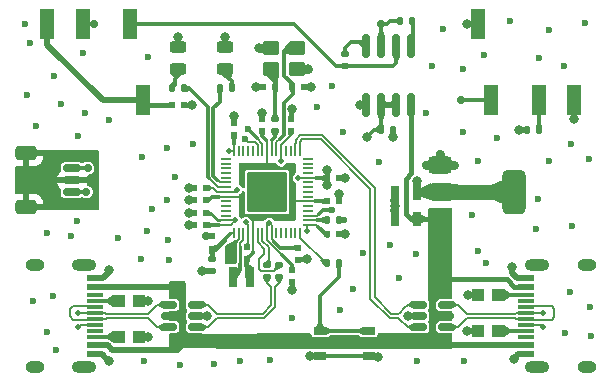
<source format=gbr>
%TF.GenerationSoftware,KiCad,Pcbnew,9.0.6*%
%TF.CreationDate,2025-12-29T19:08:17-05:00*%
%TF.ProjectId,rp2350-dual-usb,72703233-3530-42d6-9475-616c2d757362,rev?*%
%TF.SameCoordinates,Original*%
%TF.FileFunction,Copper,L1,Top*%
%TF.FilePolarity,Positive*%
%FSLAX46Y46*%
G04 Gerber Fmt 4.6, Leading zero omitted, Abs format (unit mm)*
G04 Created by KiCad (PCBNEW 9.0.6) date 2025-12-29 19:08:17*
%MOMM*%
%LPD*%
G01*
G04 APERTURE LIST*
G04 Aperture macros list*
%AMRoundRect*
0 Rectangle with rounded corners*
0 $1 Rounding radius*
0 $2 $3 $4 $5 $6 $7 $8 $9 X,Y pos of 4 corners*
0 Add a 4 corners polygon primitive as box body*
4,1,4,$2,$3,$4,$5,$6,$7,$8,$9,$2,$3,0*
0 Add four circle primitives for the rounded corners*
1,1,$1+$1,$2,$3*
1,1,$1+$1,$4,$5*
1,1,$1+$1,$6,$7*
1,1,$1+$1,$8,$9*
0 Add four rect primitives between the rounded corners*
20,1,$1+$1,$2,$3,$4,$5,0*
20,1,$1+$1,$4,$5,$6,$7,0*
20,1,$1+$1,$6,$7,$8,$9,0*
20,1,$1+$1,$8,$9,$2,$3,0*%
%AMFreePoly0*
4,1,18,-0.437500,0.050000,-0.433694,0.069134,-0.422855,0.085355,-0.406634,0.096194,-0.387500,0.100000,0.387500,0.100000,0.437500,0.050000,0.437500,-0.050000,0.433694,-0.069134,0.422855,-0.085355,0.406634,-0.096194,0.387500,-0.100000,-0.387500,-0.100000,-0.406634,-0.096194,-0.422855,-0.085355,-0.433694,-0.069134,-0.437500,-0.050000,-0.437500,0.050000,-0.437500,0.050000,$1*%
%AMFreePoly1*
4,1,18,-0.437500,0.050000,-0.433694,0.069134,-0.422855,0.085355,-0.406634,0.096194,-0.387500,0.100000,0.387500,0.100000,0.406634,0.096194,0.422855,0.085355,0.433694,0.069134,0.437500,0.050000,0.437500,-0.050000,0.387500,-0.100000,-0.387500,-0.100000,-0.406634,-0.096194,-0.422855,-0.085355,-0.433694,-0.069134,-0.437500,-0.050000,-0.437500,0.050000,-0.437500,0.050000,$1*%
%AMFreePoly2*
4,1,18,-0.100000,0.387500,-0.050000,0.437500,0.050000,0.437500,0.069134,0.433694,0.085355,0.422855,0.096194,0.406634,0.100000,0.387500,0.100000,-0.387500,0.096194,-0.406634,0.085355,-0.422855,0.069134,-0.433694,0.050000,-0.437500,-0.050000,-0.437500,-0.069134,-0.433694,-0.085355,-0.422855,-0.096194,-0.406634,-0.100000,-0.387500,-0.100000,0.387500,-0.100000,0.387500,$1*%
%AMFreePoly3*
4,1,18,-0.100000,0.387500,-0.096194,0.406634,-0.085355,0.422855,-0.069134,0.433694,-0.050000,0.437500,0.050000,0.437500,0.100000,0.387500,0.100000,-0.387500,0.096194,-0.406634,0.085355,-0.422855,0.069134,-0.433694,0.050000,-0.437500,-0.050000,-0.437500,-0.069134,-0.433694,-0.085355,-0.422855,-0.096194,-0.406634,-0.100000,-0.387500,-0.100000,0.387500,-0.100000,0.387500,$1*%
%AMFreePoly4*
4,1,18,-0.437500,0.050000,-0.433694,0.069134,-0.422855,0.085355,-0.406634,0.096194,-0.387500,0.100000,0.387500,0.100000,0.406634,0.096194,0.422855,0.085355,0.433694,0.069134,0.437500,0.050000,0.437500,-0.050000,0.433694,-0.069134,0.422855,-0.085355,0.406634,-0.096194,0.387500,-0.100000,-0.387500,-0.100000,-0.437500,-0.050000,-0.437500,0.050000,-0.437500,0.050000,$1*%
%AMFreePoly5*
4,1,18,-0.437500,0.050000,-0.387500,0.100000,0.387500,0.100000,0.406634,0.096194,0.422855,0.085355,0.433694,0.069134,0.437500,0.050000,0.437500,-0.050000,0.433694,-0.069134,0.422855,-0.085355,0.406634,-0.096194,0.387500,-0.100000,-0.387500,-0.100000,-0.406634,-0.096194,-0.422855,-0.085355,-0.433694,-0.069134,-0.437500,-0.050000,-0.437500,0.050000,-0.437500,0.050000,$1*%
%AMFreePoly6*
4,1,18,-0.100000,0.387500,-0.096194,0.406634,-0.085355,0.422855,-0.069134,0.433694,-0.050000,0.437500,0.050000,0.437500,0.069134,0.433694,0.085355,0.422855,0.096194,0.406634,0.100000,0.387500,0.100000,-0.387500,0.050000,-0.437500,-0.050000,-0.437500,-0.069134,-0.433694,-0.085355,-0.422855,-0.096194,-0.406634,-0.100000,-0.387500,-0.100000,0.387500,-0.100000,0.387500,$1*%
%AMFreePoly7*
4,1,18,-0.100000,0.387500,-0.096194,0.406634,-0.085355,0.422855,-0.069134,0.433694,-0.050000,0.437500,0.050000,0.437500,0.069134,0.433694,0.085355,0.422855,0.096194,0.406634,0.100000,0.387500,0.100000,-0.387500,0.096194,-0.406634,0.085355,-0.422855,0.069134,-0.433694,0.050000,-0.437500,-0.050000,-0.437500,-0.100000,-0.387500,-0.100000,0.387500,-0.100000,0.387500,$1*%
G04 Aperture macros list end*
%TA.AperFunction,SMDPad,CuDef*%
%ADD10R,1.450000X0.600000*%
%TD*%
%TA.AperFunction,SMDPad,CuDef*%
%ADD11R,1.450000X0.300000*%
%TD*%
%TA.AperFunction,HeatsinkPad*%
%ADD12O,2.100000X1.000000*%
%TD*%
%TA.AperFunction,HeatsinkPad*%
%ADD13O,1.600000X1.000000*%
%TD*%
%TA.AperFunction,SMDPad,CuDef*%
%ADD14RoundRect,0.135000X0.185000X-0.135000X0.185000X0.135000X-0.185000X0.135000X-0.185000X-0.135000X0*%
%TD*%
%TA.AperFunction,SMDPad,CuDef*%
%ADD15RoundRect,0.250000X0.450000X0.350000X-0.450000X0.350000X-0.450000X-0.350000X0.450000X-0.350000X0*%
%TD*%
%TA.AperFunction,SMDPad,CuDef*%
%ADD16R,1.000000X1.000000*%
%TD*%
%TA.AperFunction,SMDPad,CuDef*%
%ADD17RoundRect,0.150000X-0.150000X0.825000X-0.150000X-0.825000X0.150000X-0.825000X0.150000X0.825000X0*%
%TD*%
%TA.AperFunction,SMDPad,CuDef*%
%ADD18RoundRect,0.135000X-0.135000X-0.185000X0.135000X-0.185000X0.135000X0.185000X-0.135000X0.185000X0*%
%TD*%
%TA.AperFunction,SMDPad,CuDef*%
%ADD19R,0.470000X0.530000*%
%TD*%
%TA.AperFunction,SMDPad,CuDef*%
%ADD20R,0.700000X1.300000*%
%TD*%
%TA.AperFunction,SMDPad,CuDef*%
%ADD21R,0.530000X0.470000*%
%TD*%
%TA.AperFunction,SMDPad,CuDef*%
%ADD22FreePoly0,180.000000*%
%TD*%
%TA.AperFunction,SMDPad,CuDef*%
%ADD23RoundRect,0.050000X0.387500X0.050000X-0.387500X0.050000X-0.387500X-0.050000X0.387500X-0.050000X0*%
%TD*%
%TA.AperFunction,SMDPad,CuDef*%
%ADD24FreePoly1,180.000000*%
%TD*%
%TA.AperFunction,SMDPad,CuDef*%
%ADD25FreePoly2,180.000000*%
%TD*%
%TA.AperFunction,SMDPad,CuDef*%
%ADD26RoundRect,0.050000X0.050000X0.387500X-0.050000X0.387500X-0.050000X-0.387500X0.050000X-0.387500X0*%
%TD*%
%TA.AperFunction,SMDPad,CuDef*%
%ADD27FreePoly3,180.000000*%
%TD*%
%TA.AperFunction,SMDPad,CuDef*%
%ADD28FreePoly4,180.000000*%
%TD*%
%TA.AperFunction,SMDPad,CuDef*%
%ADD29FreePoly5,180.000000*%
%TD*%
%TA.AperFunction,SMDPad,CuDef*%
%ADD30FreePoly6,180.000000*%
%TD*%
%TA.AperFunction,SMDPad,CuDef*%
%ADD31FreePoly7,180.000000*%
%TD*%
%TA.AperFunction,ComponentPad*%
%ADD32C,0.600000*%
%TD*%
%TA.AperFunction,SMDPad,CuDef*%
%ADD33RoundRect,0.153000X-1.547000X1.547000X-1.547000X-1.547000X1.547000X-1.547000X1.547000X1.547000X0*%
%TD*%
%TA.AperFunction,SMDPad,CuDef*%
%ADD34RoundRect,0.135000X-0.185000X0.135000X-0.185000X-0.135000X0.185000X-0.135000X0.185000X0.135000X0*%
%TD*%
%TA.AperFunction,SMDPad,CuDef*%
%ADD35RoundRect,0.243750X-0.456250X0.243750X-0.456250X-0.243750X0.456250X-0.243750X0.456250X0.243750X0*%
%TD*%
%TA.AperFunction,SMDPad,CuDef*%
%ADD36RoundRect,0.375000X-0.625000X-0.375000X0.625000X-0.375000X0.625000X0.375000X-0.625000X0.375000X0*%
%TD*%
%TA.AperFunction,SMDPad,CuDef*%
%ADD37RoundRect,0.500000X-0.500000X-1.400000X0.500000X-1.400000X0.500000X1.400000X-0.500000X1.400000X0*%
%TD*%
%TA.AperFunction,SMDPad,CuDef*%
%ADD38R,0.700000X1.700000*%
%TD*%
%TA.AperFunction,SMDPad,CuDef*%
%ADD39RoundRect,0.150000X0.512500X0.150000X-0.512500X0.150000X-0.512500X-0.150000X0.512500X-0.150000X0*%
%TD*%
%TA.AperFunction,SMDPad,CuDef*%
%ADD40RoundRect,0.135000X0.135000X0.185000X-0.135000X0.185000X-0.135000X-0.185000X0.135000X-0.185000X0*%
%TD*%
%TA.AperFunction,SMDPad,CuDef*%
%ADD41R,1.200000X2.500000*%
%TD*%
%TA.AperFunction,SMDPad,CuDef*%
%ADD42R,1.050000X0.650000*%
%TD*%
%TA.AperFunction,SMDPad,CuDef*%
%ADD43RoundRect,0.150000X-0.512500X-0.150000X0.512500X-0.150000X0.512500X0.150000X-0.512500X0.150000X0*%
%TD*%
%TA.AperFunction,SMDPad,CuDef*%
%ADD44RoundRect,0.150000X-0.625000X0.150000X-0.625000X-0.150000X0.625000X-0.150000X0.625000X0.150000X0*%
%TD*%
%TA.AperFunction,SMDPad,CuDef*%
%ADD45RoundRect,0.250000X-0.650000X0.350000X-0.650000X-0.350000X0.650000X-0.350000X0.650000X0.350000X0*%
%TD*%
%TA.AperFunction,ViaPad*%
%ADD46C,0.600000*%
%TD*%
%TA.AperFunction,ViaPad*%
%ADD47C,0.800000*%
%TD*%
%TA.AperFunction,ViaPad*%
%ADD48C,0.700000*%
%TD*%
%TA.AperFunction,ViaPad*%
%ADD49C,0.500000*%
%TD*%
%TA.AperFunction,Conductor*%
%ADD50C,0.300000*%
%TD*%
%TA.AperFunction,Conductor*%
%ADD51C,0.400000*%
%TD*%
%TA.AperFunction,Conductor*%
%ADD52C,0.200000*%
%TD*%
%TA.AperFunction,Conductor*%
%ADD53C,0.250000*%
%TD*%
%TA.AperFunction,Conductor*%
%ADD54C,0.500000*%
%TD*%
%TA.AperFunction,Conductor*%
%ADD55C,0.750000*%
%TD*%
%TA.AperFunction,Conductor*%
%ADD56C,0.450000*%
%TD*%
%TA.AperFunction,Conductor*%
%ADD57C,0.600000*%
%TD*%
%TA.AperFunction,Conductor*%
%ADD58C,0.152000*%
%TD*%
%TA.AperFunction,Conductor*%
%ADD59C,1.250000*%
%TD*%
%TA.AperFunction,Conductor*%
%ADD60C,0.157500*%
%TD*%
G04 APERTURE END LIST*
D10*
%TO.P,J2,A1,GND*%
%TO.N,GND*%
X107235000Y-123250000D03*
%TO.P,J2,A4,VBUS*%
%TO.N,VBUS*%
X107235000Y-124050000D03*
D11*
%TO.P,J2,A5,CC1*%
%TO.N,/Connectors/USB1.CC1*%
X107235000Y-125250000D03*
%TO.P,J2,A6,D+*%
%TO.N,/Connectors/USB1_CONN.D+*%
X107235000Y-126250000D03*
%TO.P,J2,A7,D-*%
%TO.N,/Connectors/USB1_CONN.D-*%
X107235000Y-126750000D03*
%TO.P,J2,A8,SBU1*%
%TO.N,unconnected-(J2-SBU1-PadA8)*%
X107235000Y-127750000D03*
D10*
%TO.P,J2,A9,VBUS*%
%TO.N,VBUS*%
X107235000Y-128950000D03*
%TO.P,J2,A12,GND*%
%TO.N,GND*%
X107235000Y-129750000D03*
%TO.P,J2,B1,GND*%
X107235000Y-129750000D03*
%TO.P,J2,B4,VBUS*%
%TO.N,VBUS*%
X107235000Y-128950000D03*
D11*
%TO.P,J2,B5,CC2*%
%TO.N,/Connectors/USB1.CC2*%
X107235000Y-128250000D03*
%TO.P,J2,B6,D+*%
%TO.N,/Connectors/USB1_CONN.D+*%
X107235000Y-127250000D03*
%TO.P,J2,B7,D-*%
%TO.N,/Connectors/USB1_CONN.D-*%
X107235000Y-125750000D03*
%TO.P,J2,B8,SBU2*%
%TO.N,unconnected-(J2-SBU2-PadB8)*%
X107235000Y-124750000D03*
D10*
%TO.P,J2,B9,VBUS*%
%TO.N,VBUS*%
X107235000Y-124050000D03*
%TO.P,J2,B12,GND*%
%TO.N,GND*%
X107235000Y-123250000D03*
D12*
%TO.P,J2,S1,SHIELD*%
X106320000Y-122180000D03*
D13*
X102140000Y-122180000D03*
D12*
X106320000Y-130820000D03*
D13*
X102140000Y-130820000D03*
%TD*%
D14*
%TO.P,R1,1*%
%TO.N,+3V3*%
X117125000Y-122675000D03*
%TO.P,R1,2*%
%TO.N,/VREG_AVDD*%
X117125000Y-121655000D03*
%TD*%
D15*
%TO.P,Y1,1,1*%
%TO.N,/CRYSTAL_IN*%
X124300000Y-103850000D03*
%TO.P,Y1,2,2*%
%TO.N,GND*%
X122100000Y-103850000D03*
%TO.P,Y1,3,3*%
%TO.N,/CRYSTAL_OUT*%
X122100000Y-105550000D03*
%TO.P,Y1,4,4*%
%TO.N,GND*%
X124300000Y-105550000D03*
%TD*%
D16*
%TO.P,R8,1*%
%TO.N,/Connectors/USB1.CC2*%
X109250000Y-128250000D03*
%TO.P,R8,2*%
%TO.N,GND*%
X110950000Y-128250000D03*
%TD*%
D17*
%TO.P,U5,1,A1*%
%TO.N,Net-(U5-A1)*%
X134005000Y-103650000D03*
%TO.P,U5,2,C1*%
%TO.N,Net-(U5-C1)*%
X132735000Y-103650000D03*
%TO.P,U5,3,C2*%
%TO.N,Net-(U5-C2)*%
X131465000Y-103650000D03*
%TO.P,U5,4,A2*%
%TO.N,Net-(U5-A2)*%
X130195000Y-103650000D03*
%TO.P,U5,5,GND*%
%TO.N,GND*%
X130195000Y-108600000D03*
%TO.P,U5,6,VO2*%
%TO.N,MIDI_IN_UART_RX*%
X131465000Y-108600000D03*
%TO.P,U5,7,VO1*%
X132735000Y-108600000D03*
%TO.P,U5,8,VCC*%
%TO.N,VBUS*%
X134005000Y-108600000D03*
%TD*%
D18*
%TO.P,R15,1*%
%TO.N,MIDI_IN_UART_RX*%
X131475000Y-110725000D03*
%TO.P,R15,2*%
%TO.N,+3V3*%
X132495000Y-110725000D03*
%TD*%
D19*
%TO.P,C14,1*%
%TO.N,+3V3*%
X126835000Y-114800000D03*
%TO.P,C14,2*%
%TO.N,GND*%
X127865000Y-114800000D03*
%TD*%
D20*
%TO.P,C8,1*%
%TO.N,+3V3*%
X134500000Y-116050000D03*
%TO.P,C8,2*%
%TO.N,GND*%
X132600000Y-116050000D03*
%TD*%
D19*
%TO.P,C1,1*%
%TO.N,+1V1*%
X126835000Y-116800000D03*
%TO.P,C1,2*%
%TO.N,GND*%
X127865000Y-116800000D03*
%TD*%
D21*
%TO.P,C15,1*%
%TO.N,+3V3*%
X119000000Y-111165000D03*
%TO.P,C15,2*%
%TO.N,GND*%
X119000000Y-110135000D03*
%TD*%
D10*
%TO.P,J3,A1,GND*%
%TO.N,GND*%
X143765000Y-129750000D03*
%TO.P,J3,A4,VBUS*%
%TO.N,VBUS*%
X143765000Y-128950000D03*
D11*
%TO.P,J3,A5,CC1*%
%TO.N,/Connectors/USB2.CC1*%
X143765000Y-127750000D03*
%TO.P,J3,A6,D+*%
%TO.N,/Connectors/USB2_CONN.D+*%
X143765000Y-126750000D03*
%TO.P,J3,A7,D-*%
%TO.N,/Connectors/USB2_CONN.D-*%
X143765000Y-126250000D03*
%TO.P,J3,A8,SBU1*%
%TO.N,unconnected-(J3-SBU1-PadA8)*%
X143765000Y-125250000D03*
D10*
%TO.P,J3,A9,VBUS*%
%TO.N,VBUS*%
X143765000Y-124050000D03*
%TO.P,J3,A12,GND*%
%TO.N,GND*%
X143765000Y-123250000D03*
%TO.P,J3,B1,GND*%
X143765000Y-123250000D03*
%TO.P,J3,B4,VBUS*%
%TO.N,VBUS*%
X143765000Y-124050000D03*
D11*
%TO.P,J3,B5,CC2*%
%TO.N,/Connectors/USB2.CC2*%
X143765000Y-124750000D03*
%TO.P,J3,B6,D+*%
%TO.N,/Connectors/USB2_CONN.D+*%
X143765000Y-125750000D03*
%TO.P,J3,B7,D-*%
%TO.N,/Connectors/USB2_CONN.D-*%
X143765000Y-127250000D03*
%TO.P,J3,B8,SBU2*%
%TO.N,unconnected-(J3-SBU2-PadB8)*%
X143765000Y-128250000D03*
D10*
%TO.P,J3,B9,VBUS*%
%TO.N,VBUS*%
X143765000Y-128950000D03*
%TO.P,J3,B12,GND*%
%TO.N,GND*%
X143765000Y-129750000D03*
D12*
%TO.P,J3,S1,SHIELD*%
X144680000Y-130820000D03*
D13*
X148860000Y-130820000D03*
D12*
X144680000Y-122180000D03*
D13*
X148860000Y-122180000D03*
%TD*%
D21*
%TO.P,C3,1*%
%TO.N,+1V1*%
X121400000Y-110865000D03*
%TO.P,C3,2*%
%TO.N,GND*%
X121400000Y-109835000D03*
%TD*%
D19*
%TO.P,C4,1*%
%TO.N,GND*%
X124915000Y-107150000D03*
%TO.P,C4,2*%
%TO.N,/CRYSTAL_IN*%
X123885000Y-107150000D03*
%TD*%
%TO.P,C6,1*%
%TO.N,+1V1*%
X116665000Y-116700000D03*
%TO.P,C6,2*%
%TO.N,GND*%
X115635000Y-116700000D03*
%TD*%
D22*
%TO.P,U2,1,IOVDD*%
%TO.N,+3V3*%
X125237500Y-118800000D03*
D23*
%TO.P,U2,2,GPIO0*%
%TO.N,MIDI_OUT_UART_TX*%
X125237500Y-118400000D03*
%TO.P,U2,3,GPIO1*%
%TO.N,MIDI_IN_UART_RX*%
X125237500Y-118000000D03*
%TO.P,U2,4,GPIO2*%
%TO.N,unconnected-(U2-GPIO2-Pad4)*%
X125237500Y-117600000D03*
%TO.P,U2,5,GPIO3*%
%TO.N,unconnected-(U2-GPIO3-Pad5)*%
X125237500Y-117200000D03*
%TO.P,U2,6,DVDD*%
%TO.N,+1V1*%
X125237500Y-116800000D03*
%TO.P,U2,7,GPIO4*%
%TO.N,unconnected-(U2-GPIO4-Pad7)*%
X125237500Y-116400000D03*
%TO.P,U2,8,GPIO5*%
%TO.N,unconnected-(U2-GPIO5-Pad8)*%
X125237500Y-116000000D03*
%TO.P,U2,9,GPIO6*%
%TO.N,unconnected-(U2-GPIO6-Pad9)*%
X125237500Y-115600000D03*
%TO.P,U2,10,GPIO7*%
%TO.N,unconnected-(U2-GPIO7-Pad10)*%
X125237500Y-115200000D03*
%TO.P,U2,11,IOVDD*%
%TO.N,+3V3*%
X125237500Y-114800000D03*
%TO.P,U2,12,GPIO8*%
%TO.N,unconnected-(U2-GPIO8-Pad12)*%
X125237500Y-114400000D03*
%TO.P,U2,13,GPIO9*%
%TO.N,unconnected-(U2-GPIO9-Pad13)*%
X125237500Y-114000000D03*
%TO.P,U2,14,GPIO10*%
%TO.N,unconnected-(U2-GPIO10-Pad14)*%
X125237500Y-113600000D03*
D24*
%TO.P,U2,15,GPIO11*%
%TO.N,unconnected-(U2-GPIO11-Pad15)*%
X125237500Y-113200000D03*
D25*
%TO.P,U2,16,GPIO12*%
%TO.N,USB2_ESD.D+*%
X124600000Y-112562500D03*
D26*
%TO.P,U2,17,GPIO13*%
%TO.N,USB2_ESD.D-*%
X124200000Y-112562500D03*
%TO.P,U2,18,GPIO14*%
%TO.N,unconnected-(U2-GPIO14-Pad18)*%
X123800000Y-112562500D03*
%TO.P,U2,19,GPIO15*%
%TO.N,unconnected-(U2-GPIO15-Pad19)*%
X123400000Y-112562500D03*
%TO.P,U2,20,IOVDD*%
%TO.N,+3V3*%
X123000000Y-112562500D03*
%TO.P,U2,21,XIN*%
%TO.N,/CRYSTAL_IN*%
X122600000Y-112562500D03*
%TO.P,U2,22,XOUT*%
%TO.N,Net-(U2-XOUT)*%
X122200000Y-112562500D03*
%TO.P,U2,23,DVDD*%
%TO.N,+1V1*%
X121800000Y-112562500D03*
%TO.P,U2,24,SWCLK*%
%TO.N,Net-(J1-Pin_1)*%
X121400000Y-112562500D03*
%TO.P,U2,25,SWD*%
%TO.N,Net-(J1-Pin_3)*%
X121000000Y-112562500D03*
%TO.P,U2,26,RUN*%
%TO.N,unconnected-(U2-RUN-Pad26)*%
X120600000Y-112562500D03*
%TO.P,U2,27,GPIO16*%
%TO.N,unconnected-(U2-GPIO16-Pad27)*%
X120200000Y-112562500D03*
%TO.P,U2,28,GPIO17*%
%TO.N,unconnected-(U2-GPIO17-Pad28)*%
X119800000Y-112562500D03*
%TO.P,U2,29,GPIO18*%
%TO.N,unconnected-(U2-GPIO18-Pad29)*%
X119400000Y-112562500D03*
D27*
%TO.P,U2,30,IOVDD*%
%TO.N,+3V3*%
X119000000Y-112562500D03*
D28*
%TO.P,U2,31,GPIO19*%
%TO.N,unconnected-(U2-GPIO19-Pad31)*%
X118362500Y-113200000D03*
D23*
%TO.P,U2,32,GPIO20*%
%TO.N,unconnected-(U2-GPIO20-Pad32)*%
X118362500Y-113600000D03*
%TO.P,U2,33,GPIO21*%
%TO.N,unconnected-(U2-GPIO21-Pad33)*%
X118362500Y-114000000D03*
%TO.P,U2,34,GPIO22*%
%TO.N,unconnected-(U2-GPIO22-Pad34)*%
X118362500Y-114400000D03*
%TO.P,U2,35,GPIO23*%
%TO.N,unconnected-(U2-GPIO23-Pad35)*%
X118362500Y-114800000D03*
%TO.P,U2,36,GPIO24*%
%TO.N,/GPIO24_LED_GREEN*%
X118362500Y-115200000D03*
%TO.P,U2,37,GPIO25*%
%TO.N,/GPIO25_LED_YELLOW*%
X118362500Y-115600000D03*
%TO.P,U2,38,IOVDD*%
%TO.N,+3V3*%
X118362500Y-116000000D03*
%TO.P,U2,39,DVDD*%
%TO.N,+1V1*%
X118362500Y-116400000D03*
%TO.P,U2,40,GPIO26_ADC0*%
%TO.N,unconnected-(U2-GPIO26_ADC0-Pad40)*%
X118362500Y-116800000D03*
%TO.P,U2,41,GPIO27_ADC1*%
%TO.N,unconnected-(U2-GPIO27_ADC1-Pad41)*%
X118362500Y-117200000D03*
%TO.P,U2,42,GPIO28_ADC2*%
%TO.N,unconnected-(U2-GPIO28_ADC2-Pad42)*%
X118362500Y-117600000D03*
%TO.P,U2,43,GPIO29_ADC3*%
%TO.N,unconnected-(U2-GPIO29_ADC3-Pad43)*%
X118362500Y-118000000D03*
%TO.P,U2,44,ADC_AVDD*%
%TO.N,+3V3*%
X118362500Y-118400000D03*
D29*
%TO.P,U2,45,IOVDD*%
X118362500Y-118800000D03*
D30*
%TO.P,U2,46,VREG_AVDD*%
%TO.N,/VREG_AVDD*%
X119000000Y-119437500D03*
D26*
%TO.P,U2,47,VREG_PGND*%
%TO.N,GND*%
X119400000Y-119437500D03*
%TO.P,U2,48,VREG_LX*%
%TO.N,/VREG_LX*%
X119800000Y-119437500D03*
%TO.P,U2,49,VREG_VIN*%
%TO.N,+3V3*%
X120200000Y-119437500D03*
%TO.P,U2,50,VREG_FB*%
%TO.N,+1V1*%
X120600000Y-119437500D03*
%TO.P,U2,51,USB_DM*%
%TO.N,/USB1.D-*%
X121000000Y-119437500D03*
%TO.P,U2,52,USB_DP*%
%TO.N,/USB1.D+*%
X121400000Y-119437500D03*
%TO.P,U2,53,USB_OTP_VDD*%
%TO.N,+3V3*%
X121800000Y-119437500D03*
%TO.P,U2,54,QSPI_IOVDD*%
X122200000Y-119437500D03*
%TO.P,U2,55,QSPI_SD3*%
%TO.N,unconnected-(U2-QSPI_SD3-Pad55)*%
X122600000Y-119437500D03*
%TO.P,U2,56,QSPI_SCLK*%
%TO.N,unconnected-(U2-QSPI_SCLK-Pad56)*%
X123000000Y-119437500D03*
%TO.P,U2,57,QSPI_SD0*%
%TO.N,unconnected-(U2-QSPI_SD0-Pad57)*%
X123400000Y-119437500D03*
%TO.P,U2,58,QSPI_SD2*%
%TO.N,unconnected-(U2-QSPI_SD2-Pad58)*%
X123800000Y-119437500D03*
%TO.P,U2,59,QSPI_SD1*%
%TO.N,unconnected-(U2-QSPI_SD1-Pad59)*%
X124200000Y-119437500D03*
D31*
%TO.P,U2,60,QSPI_SS*%
%TO.N,Net-(U2-QSPI_SS)*%
X124600000Y-119437500D03*
D32*
%TO.P,U2,61,GND*%
%TO.N,GND*%
X123175000Y-117375000D03*
X123175000Y-116000000D03*
X123175000Y-114625000D03*
X121800000Y-117375000D03*
X121800000Y-116000000D03*
D33*
X121800000Y-116000000D03*
D32*
X121800000Y-114625000D03*
X120425000Y-117375000D03*
X120425000Y-116000000D03*
X120425000Y-114625000D03*
%TD*%
D34*
%TO.P,R3,1*%
%TO.N,/USB1.D+*%
X121800000Y-122190000D03*
%TO.P,R3,2*%
%TO.N,USB1_ESD.D+*%
X121800000Y-123210000D03*
%TD*%
D14*
%TO.P,R16,1*%
%TO.N,Net-(U2-XOUT)*%
X122500000Y-110860000D03*
%TO.P,R16,2*%
%TO.N,/CRYSTAL_OUT*%
X122500000Y-109840000D03*
%TD*%
D21*
%TO.P,C10,1*%
%TO.N,/VREG_AVDD*%
X117125000Y-120795000D03*
%TO.P,C10,2*%
%TO.N,GND*%
X117125000Y-119765000D03*
%TD*%
D19*
%TO.P,C12,1*%
%TO.N,+3V3*%
X126835000Y-119600000D03*
%TO.P,C12,2*%
%TO.N,GND*%
X127865000Y-119600000D03*
%TD*%
D35*
%TO.P,D1,1,K*%
%TO.N,GND*%
X114286399Y-103712500D03*
%TO.P,D1,2,A*%
%TO.N,Net-(D1-A)*%
X114286399Y-105587500D03*
%TD*%
D16*
%TO.P,R10,1*%
%TO.N,/Connectors/USB2.CC2*%
X141350000Y-124750000D03*
%TO.P,R10,2*%
%TO.N,+3V3*%
X139650000Y-124750000D03*
%TD*%
D36*
%TO.P,U1,1,GND*%
%TO.N,GND*%
X136450000Y-113700000D03*
%TO.P,U1,2,VO*%
%TO.N,+3V3*%
X136450000Y-116000000D03*
D37*
X142750000Y-116000000D03*
D36*
%TO.P,U1,3,VI*%
%TO.N,VBUS*%
X136450000Y-118300000D03*
%TD*%
D34*
%TO.P,R4,1*%
%TO.N,/USB1.D-*%
X122850000Y-122190000D03*
%TO.P,R4,2*%
%TO.N,USB1_ESD.D-*%
X122850000Y-123210000D03*
%TD*%
D19*
%TO.P,C20,1*%
%TO.N,Net-(C20-Pad1)*%
X113735000Y-108600000D03*
%TO.P,C20,2*%
%TO.N,GND*%
X114765000Y-108600000D03*
%TD*%
%TO.P,C9,1*%
%TO.N,+1V1*%
X120065000Y-121675000D03*
%TO.P,C9,2*%
%TO.N,GND*%
X119035000Y-121675000D03*
%TD*%
D38*
%TO.P,L1,1,1*%
%TO.N,+1V1*%
X120325000Y-123225000D03*
%TO.P,L1,2,2*%
%TO.N,/VREG_LX*%
X118925000Y-123225000D03*
%TD*%
D19*
%TO.P,C13,1*%
%TO.N,+3V3*%
X116665000Y-115650000D03*
%TO.P,C13,2*%
%TO.N,GND*%
X115635000Y-115650000D03*
%TD*%
D39*
%TO.P,U3,1,I/O1*%
%TO.N,USB1_ESD.D-*%
X115787500Y-127453750D03*
%TO.P,U3,2,GND*%
%TO.N,GND*%
X115787500Y-126503750D03*
%TO.P,U3,3,I/O2*%
%TO.N,USB1_ESD.D+*%
X115787500Y-125553750D03*
%TO.P,U3,4,I/O2*%
%TO.N,/Connectors/USB1_CONN.D+*%
X113512500Y-125553750D03*
%TO.P,U3,5,VBUS*%
%TO.N,VBUS*%
X113512500Y-126503750D03*
%TO.P,U3,6,I/O1*%
%TO.N,/Connectors/USB1_CONN.D-*%
X113512500Y-127453750D03*
%TD*%
D21*
%TO.P,C11,1*%
%TO.N,+3V3*%
X123900000Y-122585000D03*
%TO.P,C11,2*%
%TO.N,GND*%
X123900000Y-123615000D03*
%TD*%
%TO.P,C17,1*%
%TO.N,+3V3*%
X123850000Y-110865000D03*
%TO.P,C17,2*%
%TO.N,GND*%
X123850000Y-109835000D03*
%TD*%
D18*
%TO.P,R13,1*%
%TO.N,Net-(U5-C2)*%
X133090000Y-101500000D03*
%TO.P,R13,2*%
%TO.N,Net-(U5-A1)*%
X134110000Y-101500000D03*
%TD*%
D40*
%TO.P,R2,1*%
%TO.N,Net-(R2-Pad1)*%
X127860000Y-122050000D03*
%TO.P,R2,2*%
%TO.N,Net-(U2-QSPI_SS)*%
X126840000Y-122050000D03*
%TD*%
%TO.P,R11,1*%
%TO.N,Net-(J5-PadR)*%
X144810000Y-110750000D03*
%TO.P,R11,2*%
%TO.N,+3V3*%
X143790000Y-110750000D03*
%TD*%
D18*
%TO.P,R12,1*%
%TO.N,MIDI_OUT_UART_TX*%
X126840000Y-118400000D03*
%TO.P,R12,2*%
%TO.N,Net-(J5-PadT)*%
X127860000Y-118400000D03*
%TD*%
D19*
%TO.P,C5,1*%
%TO.N,GND*%
X121485000Y-107150000D03*
%TO.P,C5,2*%
%TO.N,/CRYSTAL_OUT*%
X122515000Y-107150000D03*
%TD*%
D14*
%TO.P,R14,1*%
%TO.N,Net-(U5-C1)*%
X128400000Y-105370000D03*
%TO.P,R14,2*%
%TO.N,Net-(U5-A2)*%
X128400000Y-104350000D03*
%TD*%
D41*
%TO.P,J5,G*%
%TO.N,GND*%
X139700000Y-101750000D03*
%TO.P,J5,R*%
%TO.N,Net-(J5-PadR)*%
X144800000Y-108250000D03*
%TO.P,J5,S*%
%TO.N,GND*%
X147800000Y-108250000D03*
%TO.P,J5,T*%
%TO.N,Net-(J5-PadT)*%
X140800000Y-108250000D03*
%TD*%
D40*
%TO.P,R6,1*%
%TO.N,Net-(D2-A)*%
X118810000Y-107187500D03*
%TO.P,R6,2*%
%TO.N,/GPIO24_LED_GREEN*%
X117790000Y-107187500D03*
%TD*%
D20*
%TO.P,C2,1*%
%TO.N,VBUS*%
X134500000Y-118300000D03*
%TO.P,C2,2*%
%TO.N,GND*%
X132600000Y-118300000D03*
%TD*%
D19*
%TO.P,C16,1*%
%TO.N,+3V3*%
X116665000Y-118800000D03*
%TO.P,C16,2*%
%TO.N,GND*%
X115635000Y-118800000D03*
%TD*%
%TO.P,C18,1*%
%TO.N,+3V3*%
X116665000Y-117750000D03*
%TO.P,C18,2*%
%TO.N,GND*%
X115635000Y-117750000D03*
%TD*%
%TO.P,C7,1*%
%TO.N,+3V3*%
X120065000Y-120700000D03*
%TO.P,C7,2*%
%TO.N,GND*%
X119035000Y-120700000D03*
%TD*%
D16*
%TO.P,R7,1*%
%TO.N,/Connectors/USB1.CC1*%
X109250000Y-125250000D03*
%TO.P,R7,2*%
%TO.N,GND*%
X110950000Y-125250000D03*
%TD*%
D42*
%TO.P,SW1,1,1*%
%TO.N,GND*%
X130425000Y-129925000D03*
X126275000Y-129925000D03*
%TO.P,SW1,2,2*%
%TO.N,Net-(R2-Pad1)*%
X130425000Y-127775000D03*
X126300000Y-127775000D03*
%TD*%
D41*
%TO.P,J4,G*%
%TO.N,Net-(C20-Pad1)*%
X111300000Y-108250000D03*
%TO.P,J4,R*%
%TO.N,Net-(U5-C2)*%
X106200000Y-101750000D03*
%TO.P,J4,S*%
%TO.N,Net-(C20-Pad1)*%
X103200000Y-101750000D03*
%TO.P,J4,T*%
%TO.N,Net-(U5-C1)*%
X110200000Y-101750000D03*
%TD*%
D43*
%TO.P,U4,1,I/O1*%
%TO.N,USB2_ESD.D-*%
X134687500Y-125553750D03*
%TO.P,U4,2,GND*%
%TO.N,GND*%
X134687500Y-126503750D03*
%TO.P,U4,3,I/O2*%
%TO.N,USB2_ESD.D+*%
X134687500Y-127453750D03*
%TO.P,U4,4,I/O2*%
%TO.N,/Connectors/USB2_CONN.D+*%
X136962500Y-127453750D03*
%TO.P,U4,5,VBUS*%
%TO.N,VBUS*%
X136962500Y-126503750D03*
%TO.P,U4,6,I/O1*%
%TO.N,/Connectors/USB2_CONN.D-*%
X136962500Y-125553750D03*
%TD*%
D18*
%TO.P,R5,1*%
%TO.N,Net-(D1-A)*%
X113775000Y-107200000D03*
%TO.P,R5,2*%
%TO.N,/GPIO25_LED_YELLOW*%
X114795000Y-107200000D03*
%TD*%
D21*
%TO.P,C19,1*%
%TO.N,+3V3*%
X124451000Y-120710000D03*
%TO.P,C19,2*%
%TO.N,GND*%
X124451000Y-121740000D03*
%TD*%
D35*
%TO.P,D2,1,K*%
%TO.N,GND*%
X118250000Y-103712500D03*
%TO.P,D2,2,A*%
%TO.N,Net-(D2-A)*%
X118250000Y-105587500D03*
%TD*%
D16*
%TO.P,R9,1*%
%TO.N,/Connectors/USB2.CC1*%
X141350000Y-127750000D03*
%TO.P,R9,2*%
%TO.N,+3V3*%
X139650000Y-127750000D03*
%TD*%
D44*
%TO.P,J1,1,Pin_1*%
%TO.N,Net-(J1-Pin_1)*%
X105300000Y-114000000D03*
%TO.P,J1,2,Pin_2*%
%TO.N,GND*%
X105300000Y-115000000D03*
%TO.P,J1,3,Pin_3*%
%TO.N,Net-(J1-Pin_3)*%
X105300000Y-116000000D03*
D45*
%TO.P,J1,MP,MountPin*%
%TO.N,GND*%
X101425000Y-112700000D03*
X101425000Y-117300000D03*
%TD*%
D46*
%TO.N,GND*%
X147600000Y-118900000D03*
X103750000Y-106200000D03*
X134400000Y-121250000D03*
X101700000Y-103400000D03*
D47*
X115200000Y-118800000D03*
D46*
X127300000Y-107050000D03*
X102200000Y-110400000D03*
X114400000Y-130650000D03*
X118550000Y-121700000D03*
X128000000Y-126000000D03*
D47*
X105500000Y-117050000D03*
X131200000Y-129950000D03*
D46*
X142400000Y-101550000D03*
X103200000Y-119450000D03*
D47*
X103650000Y-113100000D03*
D46*
X111350000Y-130300000D03*
D48*
X137650000Y-113700000D03*
D47*
X115200000Y-116700000D03*
X116700000Y-126500000D03*
D46*
X109150000Y-119900000D03*
X103900000Y-129350000D03*
X101300000Y-101750000D03*
X104350000Y-108550000D03*
X135750000Y-105350000D03*
D48*
X135250000Y-113700000D03*
D46*
X106400000Y-109300000D03*
D47*
X147750000Y-109850000D03*
D46*
X112050000Y-117450000D03*
X136700000Y-102200000D03*
X118550000Y-121000000D03*
D47*
X142675000Y-130150000D03*
D46*
X129050000Y-124250000D03*
X139650000Y-113350000D03*
D47*
X125450000Y-129900000D03*
X101250000Y-114200000D03*
D46*
X147450000Y-124450000D03*
D47*
X127865000Y-116215000D03*
D46*
X132950000Y-123300000D03*
X138450000Y-130300000D03*
D47*
X105450000Y-112950000D03*
D46*
X111700000Y-104600000D03*
X134500000Y-130350000D03*
D47*
X128400000Y-119600000D03*
X142540000Y-122390000D03*
X128400000Y-114800000D03*
D46*
X111600000Y-119300000D03*
X108450000Y-109900000D03*
X105200000Y-119750000D03*
X105800000Y-111300000D03*
D47*
X111700000Y-128250000D03*
X111700000Y-125250000D03*
D46*
X113300000Y-116650000D03*
D47*
X125200000Y-121650000D03*
D48*
X136450000Y-112800000D03*
D47*
X108450000Y-122600000D03*
X120900000Y-107150000D03*
D46*
X145650000Y-102300000D03*
X138400000Y-110900000D03*
D48*
X116665000Y-119765000D03*
D46*
X140350000Y-122050000D03*
D47*
X103650000Y-114000000D03*
D46*
X103150000Y-127850000D03*
X101500000Y-107750000D03*
D47*
X133700000Y-126500000D03*
D46*
X147000000Y-127950000D03*
X113350000Y-112250000D03*
X144700000Y-116600000D03*
D47*
X138700000Y-101750000D03*
X125250000Y-105550000D03*
D46*
X128250000Y-110900000D03*
D47*
X114286399Y-102863601D03*
X119000000Y-109550000D03*
D46*
X111250000Y-113050000D03*
D47*
X132600000Y-117150000D03*
X118250000Y-102900000D03*
X115200000Y-117750000D03*
X115200000Y-115650000D03*
D46*
X103700000Y-124850000D03*
D47*
X102300000Y-114200000D03*
D46*
X122050000Y-130250000D03*
X131250000Y-113500000D03*
X146950000Y-105300000D03*
D47*
X121100000Y-103850000D03*
D46*
X145650000Y-113400000D03*
D47*
X129650000Y-108600000D03*
D46*
X140150000Y-104400000D03*
X101950000Y-125200000D03*
X149250000Y-128200000D03*
X144600000Y-119150000D03*
D47*
X121400000Y-109300000D03*
X125550000Y-107150000D03*
D46*
X129950000Y-121150000D03*
D47*
X103650000Y-116850000D03*
D46*
X141300000Y-111450000D03*
D47*
X103650000Y-115900000D03*
X101250000Y-115700000D03*
D46*
X149150000Y-125750000D03*
D47*
X115450000Y-108600000D03*
D46*
X111150000Y-121700000D03*
D47*
X123900000Y-124300000D03*
D46*
X149050000Y-113250000D03*
X139150000Y-117950000D03*
X115550000Y-111950000D03*
X126050000Y-108800000D03*
X135250000Y-109350000D03*
X105700000Y-118500000D03*
X123900000Y-126650000D03*
D47*
X103650000Y-114950000D03*
D46*
X119500000Y-130350000D03*
X132250000Y-120500000D03*
X117300000Y-130600000D03*
D47*
X123950000Y-109000000D03*
X108450000Y-130300000D03*
D46*
X113500000Y-121800000D03*
X106250000Y-104200000D03*
D47*
X101750000Y-114950000D03*
D46*
X144800000Y-104700000D03*
X138400000Y-105550000D03*
X147550000Y-111900000D03*
X113400000Y-120100000D03*
D47*
X102300000Y-115700000D03*
D46*
X139650000Y-121000000D03*
X114000000Y-114700000D03*
X148750000Y-101700000D03*
D49*
%TO.N,+3V3*%
X120008976Y-118575058D03*
X118550000Y-112525000D03*
X124450000Y-114800000D03*
D47*
X138850000Y-124750000D03*
X138700000Y-127750000D03*
X143100000Y-110750000D03*
D49*
X122000000Y-118625000D03*
X119125000Y-118400000D03*
D47*
X126850000Y-115450000D03*
D49*
X123000000Y-113400000D03*
X125225000Y-119275000D03*
D47*
X132500000Y-111350000D03*
X134500000Y-115100000D03*
D49*
X119250000Y-115800000D03*
D47*
X116325000Y-122675000D03*
X126850000Y-114150000D03*
D48*
%TO.N,Net-(J1-Pin_1)*%
X106600000Y-114000000D03*
D46*
X120200000Y-110700000D03*
%TO.N,Net-(J1-Pin_3)*%
X119900000Y-111500000D03*
D48*
X106500000Y-116000000D03*
D49*
%TO.N,/Connectors/USB1_CONN.D+*%
X105800000Y-126250000D03*
X105800000Y-127400000D03*
%TO.N,/Connectors/USB2_CONN.D-*%
X145170000Y-126250000D03*
X145170000Y-127420000D03*
D48*
%TO.N,Net-(J5-PadT)*%
X138250000Y-108250000D03*
D46*
X128300000Y-118400000D03*
D48*
%TO.N,Net-(U5-C2)*%
X131450000Y-101750000D03*
X107150000Y-101750000D03*
D46*
%TO.N,MIDI_IN_UART_RX*%
X127300000Y-117550000D03*
D47*
X130250000Y-111350000D03*
%TD*%
D50*
%TO.N,+1V1*%
X126835000Y-116800000D02*
X125850000Y-116800000D01*
D51*
X120065000Y-121675000D02*
X120065000Y-121700000D01*
D52*
X118362500Y-116400000D02*
X117700000Y-116400000D01*
D51*
X120325000Y-122450000D02*
X120325000Y-123225000D01*
D50*
X120600000Y-121200000D02*
X120100000Y-121700000D01*
D52*
X120600000Y-119437500D02*
X120600000Y-121050000D01*
D51*
X120325000Y-122450000D02*
X120050000Y-122175000D01*
D52*
X116865000Y-116700000D02*
X116665000Y-116700000D01*
D51*
X120050000Y-121715000D02*
X120065000Y-121700000D01*
D52*
X121725000Y-111625000D02*
X121800000Y-111700000D01*
D50*
X120065000Y-121700000D02*
X120150000Y-121785000D01*
D52*
X125237500Y-116800000D02*
X123950000Y-116800000D01*
D50*
X117165000Y-116400000D02*
X116865000Y-116700000D01*
D52*
X121800000Y-111700000D02*
X121800000Y-112562500D01*
X120090000Y-121700000D02*
X120065000Y-121675000D01*
D51*
X120050000Y-122175000D02*
X120050000Y-121715000D01*
D52*
X118362500Y-116400000D02*
X119600000Y-116400000D01*
D50*
X120100000Y-121700000D02*
X120065000Y-121700000D01*
X120600000Y-121050000D02*
X120600000Y-121200000D01*
D52*
X125850000Y-116800000D02*
X125237500Y-116800000D01*
D50*
X121400000Y-111300000D02*
X121400000Y-110865000D01*
X121725000Y-111625000D02*
X121400000Y-111300000D01*
X117700000Y-116400000D02*
X117165000Y-116400000D01*
D52*
X121800000Y-112562500D02*
X121800000Y-113775000D01*
X120600000Y-119437500D02*
X120600000Y-118225000D01*
D53*
X120100000Y-121700000D02*
X120090000Y-121700000D01*
D54*
%TO.N,GND*%
X133700000Y-126500000D02*
X133703750Y-126503750D01*
D55*
X136450000Y-112800000D02*
X136450000Y-113700000D01*
D54*
X142960000Y-123250000D02*
X143765000Y-123250000D01*
D56*
X115635000Y-118800000D02*
X115200000Y-118800000D01*
X126250000Y-129900000D02*
X126275000Y-129925000D01*
D54*
X108450000Y-130300000D02*
X108350000Y-130300000D01*
D56*
X116700000Y-126500000D02*
X115791250Y-126500000D01*
D54*
X147750000Y-109850000D02*
X147800000Y-109800000D01*
X142540000Y-122390000D02*
X142540000Y-122830000D01*
X127865000Y-116215000D02*
X127865000Y-116800000D01*
X138700000Y-101750000D02*
X139700000Y-101750000D01*
D56*
X125450000Y-129900000D02*
X126250000Y-129900000D01*
D57*
X132600000Y-118300000D02*
X132600000Y-117150000D01*
D56*
X123900000Y-123615000D02*
X123900000Y-124300000D01*
X116665000Y-119765000D02*
X117125000Y-119765000D01*
D50*
X131200000Y-129950000D02*
X131175000Y-129925000D01*
D56*
X121485000Y-107150000D02*
X120900000Y-107150000D01*
D52*
X125200000Y-121650000D02*
X124485000Y-121650000D01*
X124485000Y-121650000D02*
X124450000Y-121685000D01*
D50*
X130425000Y-129925000D02*
X126275000Y-129925000D01*
D56*
X123850000Y-109100000D02*
X123950000Y-109000000D01*
D54*
X128400000Y-114800000D02*
X127865000Y-114800000D01*
D56*
X115635000Y-116700000D02*
X115200000Y-116700000D01*
D55*
X136450000Y-113700000D02*
X135250000Y-113700000D01*
D54*
X114286399Y-102863601D02*
X114286399Y-103712500D01*
X108350000Y-130300000D02*
X107800000Y-129750000D01*
D56*
X114765000Y-108600000D02*
X115450000Y-108600000D01*
D50*
X131175000Y-129925000D02*
X130425000Y-129925000D01*
D56*
X123850000Y-109835000D02*
X123850000Y-109100000D01*
D54*
X107950000Y-123250000D02*
X107045000Y-123250000D01*
X128400000Y-119600000D02*
X127865000Y-119600000D01*
D50*
X119175000Y-120225000D02*
X119035000Y-120365000D01*
D54*
X143075000Y-129750000D02*
X142675000Y-130150000D01*
X108450000Y-122750000D02*
X107950000Y-123250000D01*
X108450000Y-122600000D02*
X108450000Y-122750000D01*
D56*
X115635000Y-117750000D02*
X115200000Y-117750000D01*
X110950000Y-128250000D02*
X111700000Y-128250000D01*
D52*
X119175000Y-120225000D02*
X119400000Y-120000000D01*
D57*
X132600000Y-116050000D02*
X132600000Y-117150000D01*
D54*
X133703750Y-126503750D02*
X134687500Y-126503750D01*
D50*
X119035000Y-120365000D02*
X119035000Y-120700000D01*
D54*
X111700000Y-125250000D02*
X110950000Y-125250000D01*
D56*
X125550000Y-107150000D02*
X124915000Y-107150000D01*
X115635000Y-115650000D02*
X115200000Y-115650000D01*
D54*
X143765000Y-129750000D02*
X143075000Y-129750000D01*
X107800000Y-129750000D02*
X107235000Y-129750000D01*
X142540000Y-122830000D02*
X142960000Y-123250000D01*
D52*
X119400000Y-120000000D02*
X119400000Y-119437500D01*
D55*
X137650000Y-113700000D02*
X136450000Y-113700000D01*
D52*
X124450000Y-121685000D02*
X124450000Y-121740000D01*
D54*
X130195000Y-108600000D02*
X129650000Y-108600000D01*
D56*
X121400000Y-109835000D02*
X121400000Y-109300000D01*
D55*
X124300000Y-105550000D02*
X125250000Y-105550000D01*
X122100000Y-103850000D02*
X121100000Y-103850000D01*
D56*
X119000000Y-110135000D02*
X119000000Y-109550000D01*
D54*
X147800000Y-109800000D02*
X147800000Y-108300000D01*
D56*
X115791250Y-126500000D02*
X115787500Y-126503750D01*
D54*
X118250000Y-102900000D02*
X118250000Y-103712500D01*
%TO.N,VBUS*%
X135800000Y-126003749D02*
X136300001Y-126503750D01*
D56*
X134500000Y-118300000D02*
X133950000Y-118300000D01*
D54*
X134000000Y-108605000D02*
X134005000Y-108600000D01*
X136550000Y-128950000D02*
X135850000Y-128250000D01*
D56*
X133550000Y-117900000D02*
X133550000Y-114881859D01*
X133550000Y-114881859D02*
X134000000Y-114431859D01*
X136450000Y-118300000D02*
X134500000Y-118300000D01*
D54*
X135850000Y-128250000D02*
X135850000Y-126953751D01*
X143765000Y-128950000D02*
X136550000Y-128950000D01*
D56*
X133950000Y-118300000D02*
X133550000Y-117900000D01*
D54*
X135800000Y-124425000D02*
X135800000Y-126003749D01*
D56*
X114601000Y-127061006D02*
X114601000Y-128949000D01*
X114043744Y-126503750D02*
X114601000Y-125946494D01*
D54*
X114200000Y-129350000D02*
X108699000Y-129350000D01*
D56*
X136300001Y-126503750D02*
X136962500Y-126503750D01*
D54*
X136450000Y-123775000D02*
X135800000Y-124425000D01*
D56*
X114601000Y-124601000D02*
X114050000Y-124050000D01*
X143765000Y-124050000D02*
X142750000Y-124050000D01*
D54*
X135850000Y-126953751D02*
X136300001Y-126503750D01*
D56*
X114601000Y-125946494D02*
X114601000Y-124601000D01*
X113512500Y-126503750D02*
X114043744Y-126503750D01*
D54*
X108299000Y-128950000D02*
X107235000Y-128950000D01*
X107235000Y-124050000D02*
X114050000Y-124050000D01*
D56*
X142075000Y-123375000D02*
X136850000Y-123375000D01*
X134000000Y-114431859D02*
X134000000Y-108605000D01*
X114601000Y-128949000D02*
X114200000Y-129350000D01*
X114043744Y-126503750D02*
X114601000Y-127061006D01*
X136850000Y-123375000D02*
X136450000Y-123775000D01*
D54*
X108699000Y-129350000D02*
X108299000Y-128950000D01*
D56*
X142750000Y-124050000D02*
X142075000Y-123375000D01*
D50*
%TO.N,/CRYSTAL_IN*%
X123249000Y-106149000D02*
X123200000Y-106100000D01*
X123985000Y-107715000D02*
X123985000Y-107250000D01*
X122972000Y-111428000D02*
X122972000Y-111422717D01*
X123985000Y-107250000D02*
X123885000Y-107150000D01*
X123200000Y-106100000D02*
X123200000Y-104150000D01*
X122972000Y-111422717D02*
X123200000Y-111194717D01*
X123200000Y-108500000D02*
X123985000Y-107715000D01*
X123200000Y-104150000D02*
X123500000Y-103850000D01*
X123885000Y-107150000D02*
X123985000Y-107050000D01*
D52*
X122600000Y-111800000D02*
X122600000Y-112562500D01*
D50*
X123985000Y-107050000D02*
X123985000Y-106891870D01*
X123500000Y-103850000D02*
X124300000Y-103850000D01*
X122925000Y-111475000D02*
X122972000Y-111428000D01*
X123249000Y-106155870D02*
X123249000Y-106149000D01*
D52*
X122925000Y-111475000D02*
X122600000Y-111800000D01*
D50*
X123200000Y-111194717D02*
X123200000Y-108500000D01*
X123985000Y-106891870D02*
X123249000Y-106155870D01*
%TO.N,/CRYSTAL_OUT*%
X122500000Y-107265000D02*
X122515000Y-107250000D01*
D51*
X122515000Y-105865000D02*
X122515000Y-107150000D01*
X122200000Y-105550000D02*
X122515000Y-105865000D01*
D50*
X122515000Y-107250000D02*
X122515000Y-107150000D01*
D51*
X122100000Y-105550000D02*
X122200000Y-105550000D01*
D50*
X122500000Y-109840000D02*
X122500000Y-107265000D01*
D58*
%TO.N,+3V3*%
X125225000Y-119275000D02*
X125225000Y-118812500D01*
D56*
X126850000Y-119615000D02*
X126835000Y-119600000D01*
D52*
X118362500Y-118800000D02*
X117700000Y-118800000D01*
D50*
X126750000Y-119600000D02*
X126100000Y-118950000D01*
D52*
X118362500Y-116000000D02*
X119050000Y-116000000D01*
X122200000Y-119437500D02*
X122200000Y-118825000D01*
D53*
X117650000Y-118400000D02*
X117000000Y-117750000D01*
D52*
X125950000Y-114800000D02*
X125237500Y-114800000D01*
D50*
X122910000Y-120710000D02*
X124355000Y-120710000D01*
D52*
X117200000Y-115650000D02*
X117550000Y-116000000D01*
X123850000Y-110867940D02*
X123847000Y-110870940D01*
X120200000Y-119437500D02*
X120200000Y-118766082D01*
D57*
X134500000Y-116050000D02*
X136400000Y-116050000D01*
D52*
X122200000Y-120000000D02*
X122200000Y-119437500D01*
D58*
X118550000Y-112525000D02*
X118962500Y-112525000D01*
D52*
X120200000Y-118766082D02*
X120008976Y-118575058D01*
X123000000Y-112562500D02*
X123000000Y-113400000D01*
X122200000Y-118825000D02*
X122000000Y-118625000D01*
X119000000Y-112562500D02*
X119000000Y-111950000D01*
X118362500Y-118400000D02*
X119125000Y-118400000D01*
D56*
X126850000Y-114150000D02*
X126850000Y-114785000D01*
D52*
X120200000Y-120640000D02*
X120090000Y-120750000D01*
X122400000Y-120200000D02*
X122200000Y-120000000D01*
D50*
X116665000Y-118800000D02*
X117700000Y-118800000D01*
D52*
X123850000Y-110865000D02*
X123850000Y-110867940D01*
D59*
X142750000Y-116000000D02*
X136450000Y-116000000D01*
D57*
X134500000Y-116050000D02*
X134500000Y-115100000D01*
D54*
X139650000Y-124750000D02*
X138850000Y-124750000D01*
D58*
X125225000Y-118812500D02*
X125237500Y-118800000D01*
D53*
X117800000Y-118400000D02*
X117650000Y-118400000D01*
D52*
X116665000Y-115650000D02*
X117200000Y-115650000D01*
D54*
X138700000Y-127750000D02*
X139650000Y-127750000D01*
D56*
X136400000Y-116050000D02*
X136450000Y-116000000D01*
D52*
X120200000Y-119437500D02*
X120200000Y-120640000D01*
X123075000Y-121375000D02*
X121800000Y-120100000D01*
D50*
X123884000Y-122569000D02*
X123900000Y-122585000D01*
D56*
X132500000Y-110730000D02*
X132495000Y-110725000D01*
D50*
X126835000Y-114800000D02*
X125950000Y-114800000D01*
D52*
X126100000Y-118950000D02*
X125950000Y-118800000D01*
X119050000Y-116000000D02*
X119250000Y-115800000D01*
D50*
X122400000Y-120200000D02*
X122910000Y-120710000D01*
D58*
X118962500Y-112525000D02*
X119000000Y-112562500D01*
D52*
X118362500Y-118800000D02*
X118725000Y-118800000D01*
X125237500Y-114800000D02*
X124450000Y-114800000D01*
X122000000Y-118625000D02*
X121800000Y-118825000D01*
X125950000Y-118800000D02*
X125237500Y-118800000D01*
X123000000Y-112000000D02*
X123000000Y-112562500D01*
X121800000Y-120100000D02*
X121800000Y-119387500D01*
X123847000Y-110870940D02*
X123847000Y-111153000D01*
D54*
X143790000Y-110750000D02*
X143100000Y-110750000D01*
D52*
X118362500Y-118400000D02*
X117800000Y-118400000D01*
D50*
X119000000Y-111950000D02*
X119000000Y-111165000D01*
D56*
X126850000Y-115450000D02*
X126850000Y-114815000D01*
D52*
X117550000Y-116000000D02*
X118362500Y-116000000D01*
D50*
X123075000Y-121375000D02*
X123884000Y-122184000D01*
D52*
X121800000Y-118825000D02*
X121800000Y-119437500D01*
D53*
X117000000Y-117750000D02*
X116665000Y-117750000D01*
D50*
X126835000Y-119600000D02*
X126750000Y-119600000D01*
D52*
X118725000Y-118800000D02*
X119125000Y-118400000D01*
D56*
X132500000Y-111350000D02*
X132500000Y-110730000D01*
D57*
X136000000Y-116050000D02*
X136450000Y-116050000D01*
D50*
X123884000Y-122184000D02*
X123884000Y-122569000D01*
D52*
X123847000Y-111153000D02*
X123000000Y-112000000D01*
D56*
X126850000Y-114815000D02*
X126835000Y-114800000D01*
X116325000Y-122675000D02*
X117125000Y-122675000D01*
X126850000Y-114785000D02*
X126835000Y-114800000D01*
D51*
%TO.N,/VREG_AVDD*%
X117125000Y-120795000D02*
X117125000Y-121655000D01*
D52*
X119000000Y-119437500D02*
X118777500Y-119437500D01*
D51*
X118157500Y-120057500D02*
X117420000Y-120795000D01*
D50*
X118688750Y-119526250D02*
X118157500Y-120057500D01*
D51*
X117420000Y-120795000D02*
X117125000Y-120795000D01*
D52*
X118777500Y-119437500D02*
X118688750Y-119526250D01*
D50*
%TO.N,Net-(D1-A)*%
X114286399Y-105750000D02*
X114286399Y-106113601D01*
X113775000Y-107200000D02*
X113771399Y-107200000D01*
X114000000Y-106400000D02*
X114000000Y-106975000D01*
X114286399Y-106113601D02*
X114000000Y-106400000D01*
X114000000Y-106975000D02*
X113775000Y-107200000D01*
%TO.N,Net-(D2-A)*%
X118815000Y-106627500D02*
X118815000Y-107150000D01*
X118250000Y-106062500D02*
X118815000Y-106627500D01*
X118250000Y-105550000D02*
X118250000Y-106062500D01*
%TO.N,Net-(J1-Pin_1)*%
X105300000Y-114000000D02*
X106600000Y-114000000D01*
D52*
X121400000Y-111900000D02*
X121400000Y-112562500D01*
X120950000Y-111450000D02*
X121400000Y-111900000D01*
D50*
X120200000Y-110700000D02*
X120950000Y-111450000D01*
D52*
%TO.N,Net-(J1-Pin_3)*%
X121000000Y-112000000D02*
X121000000Y-112562500D01*
X120800000Y-111800000D02*
X121000000Y-112000000D01*
X119900000Y-111500000D02*
X120200000Y-111800000D01*
X120200000Y-111800000D02*
X120800000Y-111800000D01*
D50*
X105300000Y-116000000D02*
X106500000Y-116000000D01*
D58*
%TO.N,/Connectors/USB1_CONN.D-*%
X106988000Y-125693000D02*
X105332000Y-125693000D01*
D60*
X107045000Y-126750000D02*
X108132501Y-126750000D01*
D58*
X105332000Y-125693000D02*
X105075000Y-125950000D01*
D60*
X107007500Y-126787500D02*
X107045000Y-126750000D01*
D58*
X105357000Y-126807000D02*
X106988000Y-126807000D01*
X105075000Y-126525000D02*
X105357000Y-126807000D01*
X106988000Y-126807000D02*
X107045000Y-126750000D01*
X107045000Y-125750000D02*
X106988000Y-125693000D01*
D60*
X111747499Y-126682500D02*
X112518749Y-127453750D01*
X108132501Y-126750000D02*
X108203751Y-126678750D01*
X108203751Y-126678750D02*
X109034442Y-126678750D01*
X109034442Y-126678750D02*
X109038192Y-126682500D01*
X112518749Y-127453750D02*
X113512500Y-127453750D01*
X109038192Y-126682500D02*
X111747499Y-126682500D01*
D58*
X105075000Y-125950000D02*
X105075000Y-126525000D01*
D60*
%TO.N,/Connectors/USB1_CONN.D+*%
X109171250Y-126321250D02*
X109175000Y-126325000D01*
X113512500Y-125553750D02*
X112518749Y-125553750D01*
X107045000Y-126250000D02*
X108132501Y-126250000D01*
X105950000Y-127250000D02*
X105800000Y-127400000D01*
X112518749Y-125553750D02*
X111747499Y-126325000D01*
X106995000Y-127300000D02*
X107045000Y-127250000D01*
X108203751Y-126321250D02*
X109171250Y-126321250D01*
X107045000Y-126250000D02*
X105800000Y-126250000D01*
X107045000Y-127250000D02*
X105950000Y-127250000D01*
X111747499Y-126325000D02*
X109175000Y-126325000D01*
X108132501Y-126250000D02*
X108203751Y-126321250D01*
D50*
%TO.N,/Connectors/USB1.CC2*%
X107235000Y-128250000D02*
X109250000Y-128250000D01*
%TO.N,/Connectors/USB1.CC1*%
X107235000Y-125250000D02*
X109250000Y-125250000D01*
D58*
%TO.N,/Connectors/USB2_CONN.D+*%
X144012000Y-125693000D02*
X145893000Y-125693000D01*
X146100000Y-125900000D02*
X146100000Y-126625000D01*
D60*
X137956251Y-127453750D02*
X136962500Y-127453750D01*
X143955000Y-126750000D02*
X144025250Y-126820250D01*
X142867499Y-126750000D02*
X142796249Y-126678750D01*
X144025250Y-126820250D02*
X145904750Y-126820250D01*
X142286808Y-126682500D02*
X138727501Y-126682500D01*
D58*
X146100000Y-126625000D02*
X145904750Y-126820250D01*
X143955000Y-125750000D02*
X144012000Y-125693000D01*
X145893000Y-125693000D02*
X146100000Y-125900000D01*
D60*
X142796249Y-126678750D02*
X142290558Y-126678750D01*
X143955000Y-126750000D02*
X142867499Y-126750000D01*
D58*
X143765000Y-125750000D02*
X143955000Y-125750000D01*
D60*
X138727501Y-126682500D02*
X137956251Y-127453750D01*
X142290558Y-126678750D02*
X142286808Y-126682500D01*
D50*
%TO.N,/Connectors/USB2.CC1*%
X143955000Y-127750000D02*
X141350000Y-127750000D01*
%TO.N,/Connectors/USB2.CC2*%
X141350000Y-124750000D02*
X143765000Y-124750000D01*
D60*
%TO.N,/Connectors/USB2_CONN.D-*%
X137956251Y-125553750D02*
X138727501Y-126325000D01*
X142153750Y-126321250D02*
X142150000Y-126325000D01*
X143955000Y-126250000D02*
X142867499Y-126250000D01*
X136962500Y-125553750D02*
X137956251Y-125553750D01*
X138727501Y-126325000D02*
X142150000Y-126325000D01*
X142867499Y-126250000D02*
X142796249Y-126321250D01*
D58*
X145000000Y-127250000D02*
X143955000Y-127250000D01*
D60*
X142796249Y-126321250D02*
X142153750Y-126321250D01*
X143955000Y-126250000D02*
X145170000Y-126250000D01*
D58*
X145170000Y-127420000D02*
X145000000Y-127250000D01*
D54*
%TO.N,Net-(C20-Pad1)*%
X107900000Y-108250000D02*
X111300000Y-108250000D01*
X103200000Y-101750000D02*
X103200000Y-103550000D01*
X111650000Y-108600000D02*
X111300000Y-108250000D01*
X103200000Y-103550000D02*
X107900000Y-108250000D01*
D56*
X113735000Y-108600000D02*
X111650000Y-108600000D01*
D50*
%TO.N,Net-(U5-C1)*%
X132750000Y-103665000D02*
X132735000Y-103650000D01*
X132750000Y-105050000D02*
X132750000Y-103665000D01*
X110250000Y-101750000D02*
X124050000Y-101750000D01*
X128400000Y-105370000D02*
X132430000Y-105370000D01*
X132430000Y-105370000D02*
X132750000Y-105050000D01*
X127670000Y-105370000D02*
X128400000Y-105370000D01*
X124050000Y-101750000D02*
X127670000Y-105370000D01*
%TO.N,Net-(J5-PadT)*%
X138250000Y-108250000D02*
X140750000Y-108250000D01*
X128300000Y-118400000D02*
X127860000Y-118400000D01*
%TO.N,/VREG_LX*%
X119550000Y-122600000D02*
X118925000Y-123225000D01*
D52*
X119550000Y-120325000D02*
X119800000Y-120075000D01*
D53*
X119550000Y-122100000D02*
X119550000Y-120600000D01*
D50*
X118925000Y-123225000D02*
X118950000Y-123250000D01*
X119550000Y-122100000D02*
X119550000Y-122600000D01*
D53*
X118925000Y-122975000D02*
X118925000Y-123225000D01*
D52*
X119800000Y-120075000D02*
X119800000Y-119437500D01*
X119550000Y-120600000D02*
X119550000Y-120325000D01*
D50*
%TO.N,Net-(R2-Pad1)*%
X127860000Y-123240000D02*
X126300000Y-124800000D01*
X126300000Y-127775000D02*
X130425000Y-127775000D01*
X126300000Y-124800000D02*
X126300000Y-127775000D01*
X127860000Y-122050000D02*
X127860000Y-123240000D01*
D52*
%TO.N,Net-(U2-QSPI_SS)*%
X124600000Y-119900000D02*
X126750000Y-122050000D01*
X124600000Y-119387500D02*
X124600000Y-119900000D01*
X126750000Y-122050000D02*
X126840000Y-122050000D01*
D60*
%TO.N,/USB1.D+*%
X121378750Y-119796250D02*
X121378750Y-120111146D01*
X121378750Y-120111146D02*
X121928332Y-120660728D01*
X121400000Y-119437500D02*
X121400000Y-119775000D01*
X121928332Y-122061668D02*
X121800000Y-122190000D01*
X121928332Y-120660728D02*
X121928332Y-122061668D01*
X121400000Y-119775000D02*
X121378750Y-119796250D01*
%TO.N,USB1_ESD.D+*%
X121422208Y-126325000D02*
X117552501Y-126325000D01*
X122146250Y-125600958D02*
X121422208Y-126325000D01*
X117552501Y-126325000D02*
X116781251Y-125553750D01*
X116781251Y-125553750D02*
X115787500Y-125553750D01*
X121800000Y-123690001D02*
X122146250Y-124036251D01*
X121800000Y-123210000D02*
X121800000Y-123690001D01*
X122146250Y-124036251D02*
X122146250Y-125600958D01*
D50*
%TO.N,/GPIO25_LED_YELLOW*%
X116800000Y-114750000D02*
X116800000Y-108850000D01*
D52*
X117650000Y-115600000D02*
X118362500Y-115600000D01*
D50*
X116850000Y-114800000D02*
X116800000Y-114750000D01*
X115151399Y-107201399D02*
X114800000Y-107201399D01*
D52*
X116850000Y-114800000D02*
X117650000Y-115600000D01*
D50*
X116800000Y-108850000D02*
X115151399Y-107201399D01*
D52*
X114801399Y-107200000D02*
X114800000Y-107201399D01*
D50*
%TO.N,/GPIO24_LED_GREEN*%
X117575000Y-114975000D02*
X117250000Y-114650000D01*
X117250000Y-108900000D02*
X117790000Y-108360000D01*
D52*
X117800000Y-115200000D02*
X118362500Y-115200000D01*
X117575000Y-114975000D02*
X117800000Y-115200000D01*
D50*
X117250000Y-114650000D02*
X117250000Y-108900000D01*
X117790000Y-108360000D02*
X117790000Y-107187500D01*
%TO.N,Net-(J5-PadR)*%
X144800000Y-108250000D02*
X144800000Y-110710000D01*
X144810000Y-110720000D02*
X144810000Y-110750000D01*
X144800000Y-110710000D02*
X144810000Y-110720000D01*
D52*
%TO.N,MIDI_OUT_UART_TX*%
X126050000Y-118400000D02*
X125237500Y-118400000D01*
X126990000Y-118400000D02*
X126940000Y-118350000D01*
D50*
X126840000Y-118400000D02*
X126050000Y-118400000D01*
%TO.N,Net-(U5-A1)*%
X134005000Y-103650000D02*
X134145000Y-103510000D01*
X134145000Y-103510000D02*
X134145000Y-101535000D01*
X134145000Y-101535000D02*
X134110000Y-101500000D01*
%TO.N,Net-(U5-C2)*%
X131450000Y-101750000D02*
X131950000Y-101750000D01*
X132200000Y-101500000D02*
X133090000Y-101500000D01*
X131950000Y-101750000D02*
X132200000Y-101500000D01*
X131465000Y-101765000D02*
X131465000Y-103650000D01*
X131450000Y-101750000D02*
X131465000Y-101765000D01*
X106250000Y-101750000D02*
X107150000Y-101750000D01*
%TO.N,Net-(U5-A2)*%
X128400000Y-104350000D02*
X128400000Y-103800000D01*
X129845000Y-103300000D02*
X130195000Y-103650000D01*
X128400000Y-103800000D02*
X128900000Y-103300000D01*
X128900000Y-103300000D02*
X129845000Y-103300000D01*
%TO.N,MIDI_IN_UART_RX*%
X130250000Y-111350000D02*
X130875000Y-110725000D01*
D54*
X132735000Y-108600000D02*
X131465000Y-108600000D01*
D50*
X126500000Y-117550000D02*
X127300000Y-117550000D01*
X131475000Y-110725000D02*
X131465000Y-110715000D01*
X130875000Y-110725000D02*
X131475000Y-110725000D01*
X131465000Y-110715000D02*
X131465000Y-108600000D01*
D52*
X125237500Y-118000000D02*
X126050000Y-118000000D01*
D50*
X126300000Y-117750000D02*
X126175000Y-117875000D01*
X126175000Y-117875000D02*
X126500000Y-117550000D01*
D52*
X126050000Y-118000000D02*
X126300000Y-117750000D01*
D58*
%TO.N,/USB1.D-*%
X122850000Y-122190000D02*
X122351000Y-122689000D01*
D60*
X121021250Y-120259230D02*
X121570832Y-120808812D01*
X121000000Y-119775000D02*
X121021250Y-119796250D01*
X121021250Y-119796250D02*
X121021250Y-120259230D01*
D58*
X121150000Y-121653718D02*
X121570832Y-121232886D01*
D60*
X121000000Y-119437500D02*
X121000000Y-119775000D01*
D58*
X121289000Y-122689000D02*
X121150000Y-122550000D01*
X122351000Y-122689000D02*
X121289000Y-122689000D01*
D60*
X121570832Y-120808812D02*
X121570832Y-121232886D01*
D58*
X121150000Y-122550000D02*
X121150000Y-121653718D01*
D60*
%TO.N,USB1_ESD.D-*%
X117552501Y-126682500D02*
X116781251Y-127453750D01*
X116781251Y-127453750D02*
X115787500Y-127453750D01*
X122850000Y-123690001D02*
X122503750Y-124036251D01*
X122850000Y-123210000D02*
X122850000Y-123690001D01*
X122503750Y-124036251D02*
X122503750Y-125749042D01*
X121570292Y-126682500D02*
X117552501Y-126682500D01*
X122503750Y-125749042D02*
X121570292Y-126682500D01*
D50*
%TO.N,Net-(U2-XOUT)*%
X122222000Y-111643427D02*
X122500000Y-111365428D01*
X122500000Y-111365428D02*
X122500000Y-110860000D01*
D52*
X122200000Y-111665427D02*
X122222000Y-111643427D01*
X122200000Y-112512500D02*
X122200000Y-111665427D01*
D60*
%TO.N,USB2_ESD.D-*%
X130907500Y-124907500D02*
X130907500Y-115626918D01*
X134687500Y-125553750D02*
X134325000Y-125553750D01*
X133693749Y-125553750D02*
X134687500Y-125553750D01*
X132922499Y-126325000D02*
X133020250Y-126227249D01*
X133418438Y-125820250D02*
X133427249Y-125820250D01*
X124221250Y-111600958D02*
X124221250Y-111884999D01*
X133427249Y-125820250D02*
X133693749Y-125553750D01*
X124221250Y-111884999D02*
X124200000Y-111906249D01*
X126476832Y-111196250D02*
X124625958Y-111196250D01*
X133020250Y-126227249D02*
X133020250Y-126218438D01*
X124200000Y-111906249D02*
X124200000Y-112562500D01*
X130907500Y-115626918D02*
X126476832Y-111196250D01*
X133020250Y-126218438D02*
X133418438Y-125820250D01*
X132325000Y-126325000D02*
X132922499Y-126325000D01*
X132325000Y-126325000D02*
X130907500Y-124907500D01*
X124625958Y-111196250D02*
X124221250Y-111600958D01*
%TO.N,USB2_ESD.D+*%
X132922499Y-126682500D02*
X133693749Y-127453750D01*
X126328750Y-111553750D02*
X124774042Y-111553750D01*
X124578750Y-111749042D02*
X124578750Y-111884999D01*
X124578750Y-111884999D02*
X124600000Y-111906249D01*
X124774042Y-111553750D02*
X124578750Y-111749042D01*
X132176918Y-126682500D02*
X132922499Y-126682500D01*
X133693749Y-127453750D02*
X134687500Y-127453750D01*
X130550000Y-125055582D02*
X130550000Y-115775000D01*
X124600000Y-111906249D02*
X124600000Y-112562500D01*
X132176918Y-126682500D02*
X130550000Y-125055582D01*
X130550000Y-115775000D02*
X126328750Y-111553750D01*
X134687500Y-127453750D02*
X134325000Y-127453750D01*
%TD*%
%TA.AperFunction,Conductor*%
%TO.N,MIDI_IN_UART_RX*%
G36*
X131475433Y-108631384D02*
G01*
X131476122Y-108633046D01*
X131752347Y-109478624D01*
X131752258Y-109486151D01*
X131617755Y-109867194D01*
X131611770Y-109873855D01*
X131606722Y-109875000D01*
X131323278Y-109875000D01*
X131315005Y-109871573D01*
X131312245Y-109867194D01*
X131177741Y-109486151D01*
X131177652Y-109478624D01*
X131453878Y-108633046D01*
X131459705Y-108626246D01*
X131468633Y-108625557D01*
X131475433Y-108631384D01*
G37*
%TD.AperFunction*%
%TD*%
%TA.AperFunction,Conductor*%
%TO.N,+3V3*%
G36*
X126547313Y-119181210D02*
G01*
X126870244Y-119331272D01*
X126876303Y-119337866D01*
X126876867Y-119343732D01*
X126836674Y-119594666D01*
X126831982Y-119602293D01*
X126830194Y-119603359D01*
X126608189Y-119710177D01*
X126599248Y-119710676D01*
X126594156Y-119707158D01*
X126334660Y-119398109D01*
X126331964Y-119389569D01*
X126335346Y-119382313D01*
X126534112Y-119183547D01*
X126542384Y-119180121D01*
X126547313Y-119181210D01*
G37*
%TD.AperFunction*%
%TD*%
%TA.AperFunction,Conductor*%
%TO.N,+3V3*%
G36*
X116907749Y-115419451D02*
G01*
X117129129Y-115546627D01*
X117134595Y-115553718D01*
X117135000Y-115556771D01*
X117135000Y-115743228D01*
X117131573Y-115751501D01*
X117129128Y-115753373D01*
X116907750Y-115880547D01*
X116898869Y-115881697D01*
X116893666Y-115878693D01*
X116765933Y-115751501D01*
X116672325Y-115658290D01*
X116668882Y-115650025D01*
X116672291Y-115641744D01*
X116672326Y-115641709D01*
X116893667Y-115421305D01*
X116901947Y-115417897D01*
X116907749Y-115419451D01*
G37*
%TD.AperFunction*%
%TD*%
%TA.AperFunction,Conductor*%
%TO.N,/Connectors/USB2.CC1*%
G36*
X141858033Y-127255623D02*
G01*
X142345010Y-127596507D01*
X142349822Y-127604059D01*
X142350000Y-127606092D01*
X142350000Y-127893908D01*
X142346573Y-127902181D01*
X142345009Y-127903493D01*
X141858032Y-128244376D01*
X141849290Y-128246313D01*
X141843058Y-128243072D01*
X141499300Y-127900000D01*
X141357296Y-127758280D01*
X141353862Y-127750012D01*
X141357280Y-127741735D01*
X141843059Y-127256926D01*
X141851335Y-127253508D01*
X141858033Y-127255623D01*
G37*
%TD.AperFunction*%
%TD*%
%TA.AperFunction,Conductor*%
%TO.N,+3V3*%
G36*
X119008256Y-111172291D02*
G01*
X119008291Y-111172326D01*
X119229764Y-111394742D01*
X119233173Y-111403023D01*
X119232475Y-111406978D01*
X119152792Y-111627280D01*
X119146756Y-111633894D01*
X119141790Y-111635000D01*
X118858210Y-111635000D01*
X118849937Y-111631573D01*
X118847208Y-111627280D01*
X118767524Y-111406978D01*
X118767932Y-111398032D01*
X118770233Y-111394744D01*
X118991709Y-111172325D01*
X118999975Y-111168882D01*
X119008256Y-111172291D01*
G37*
%TD.AperFunction*%
%TD*%
%TA.AperFunction,Conductor*%
%TO.N,+3V3*%
G36*
X137081246Y-115250694D02*
G01*
X138189593Y-115373843D01*
X138197436Y-115378162D01*
X138200000Y-115385471D01*
X138200000Y-116614528D01*
X138196573Y-116622801D01*
X138189592Y-116626156D01*
X137081246Y-116749305D01*
X137072645Y-116746813D01*
X137070972Y-116745174D01*
X136455257Y-116007497D01*
X136452586Y-115998950D01*
X136455257Y-115992503D01*
X137070973Y-115254824D01*
X137078904Y-115250669D01*
X137081246Y-115250694D01*
G37*
%TD.AperFunction*%
%TD*%
%TA.AperFunction,Conductor*%
%TO.N,/CRYSTAL_OUT*%
G36*
X122713187Y-106653427D02*
G01*
X122716486Y-106659976D01*
X122749197Y-106879612D01*
X122747027Y-106888300D01*
X122746393Y-106889082D01*
X122523768Y-107141075D01*
X122515723Y-107145007D01*
X122507254Y-107142097D01*
X122506232Y-107141075D01*
X122283606Y-106889082D01*
X122280696Y-106880613D01*
X122280802Y-106879612D01*
X122313514Y-106659976D01*
X122318122Y-106652298D01*
X122325086Y-106650000D01*
X122704914Y-106650000D01*
X122713187Y-106653427D01*
G37*
%TD.AperFunction*%
%TD*%
%TA.AperFunction,Conductor*%
%TO.N,Net-(R2-Pad1)*%
G36*
X126451284Y-127128427D02*
G01*
X126453313Y-127131153D01*
X126620879Y-127442348D01*
X126621784Y-127451257D01*
X126618863Y-127456155D01*
X126308286Y-127767688D01*
X126300018Y-127771128D01*
X126291740Y-127767714D01*
X126291714Y-127767688D01*
X125981136Y-127456155D01*
X125977722Y-127447877D01*
X125979120Y-127442348D01*
X126146687Y-127131153D01*
X126153627Y-127125493D01*
X126156989Y-127125000D01*
X126443011Y-127125000D01*
X126451284Y-127128427D01*
G37*
%TD.AperFunction*%
%TD*%
%TA.AperFunction,Conductor*%
%TO.N,/USB1.D+*%
G36*
X122006570Y-121653427D02*
G01*
X122009533Y-121658436D01*
X122107220Y-121994718D01*
X122106237Y-122003619D01*
X122102047Y-122007989D01*
X121808732Y-122185709D01*
X121799880Y-122187065D01*
X121793575Y-122183063D01*
X121591878Y-121933897D01*
X121589336Y-121925311D01*
X121592520Y-121918446D01*
X121846127Y-121653607D01*
X121854324Y-121650003D01*
X121854577Y-121650000D01*
X121998297Y-121650000D01*
X122006570Y-121653427D01*
G37*
%TD.AperFunction*%
%TD*%
%TA.AperFunction,Conductor*%
%TO.N,+3V3*%
G36*
X116941644Y-122408264D02*
G01*
X116943970Y-122410763D01*
X117121427Y-122668363D01*
X117123298Y-122677120D01*
X117121427Y-122681637D01*
X116943970Y-122939236D01*
X116936455Y-122944105D01*
X116933043Y-122944227D01*
X116545408Y-122901156D01*
X116537564Y-122896837D01*
X116535000Y-122889528D01*
X116535000Y-122460471D01*
X116538427Y-122452198D01*
X116545406Y-122448843D01*
X116933045Y-122405772D01*
X116941644Y-122408264D01*
G37*
%TD.AperFunction*%
%TD*%
%TA.AperFunction,Conductor*%
%TO.N,Net-(R2-Pad1)*%
G36*
X126830943Y-127453200D02*
G01*
X127143848Y-127621687D01*
X127149507Y-127628626D01*
X127150000Y-127631988D01*
X127150000Y-127918011D01*
X127146573Y-127926284D01*
X127143847Y-127928313D01*
X126830948Y-128096797D01*
X126822039Y-128097702D01*
X126819251Y-128096448D01*
X126541769Y-127925000D01*
X126315107Y-127784952D01*
X126309871Y-127777689D01*
X126311305Y-127768850D01*
X126315107Y-127765047D01*
X126819253Y-127453550D01*
X126828090Y-127452117D01*
X126830943Y-127453200D01*
G37*
%TD.AperFunction*%
%TD*%
%TA.AperFunction,Conductor*%
%TO.N,USB2_ESD.D+*%
G36*
X134123025Y-127167912D02*
G01*
X134667842Y-127443308D01*
X134673680Y-127450099D01*
X134673006Y-127459028D01*
X134667842Y-127464192D01*
X134123025Y-127739587D01*
X134114096Y-127740261D01*
X134112232Y-127739464D01*
X133731185Y-127535805D01*
X133725504Y-127528883D01*
X133725000Y-127525486D01*
X133725000Y-127382013D01*
X133728427Y-127373740D01*
X133731183Y-127371695D01*
X134112233Y-127168034D01*
X134121144Y-127167158D01*
X134123025Y-127167912D01*
G37*
%TD.AperFunction*%
%TD*%
%TA.AperFunction,Conductor*%
%TO.N,GND*%
G36*
X132898126Y-117303427D02*
G01*
X132901435Y-117310045D01*
X132949456Y-117646192D01*
X132948179Y-117653387D01*
X132610305Y-118281832D01*
X132603369Y-118287496D01*
X132594460Y-118286597D01*
X132589695Y-118281832D01*
X132495090Y-118105867D01*
X132251819Y-117653384D01*
X132250543Y-117646195D01*
X132298565Y-117310045D01*
X132303127Y-117302340D01*
X132310147Y-117300000D01*
X132889853Y-117300000D01*
X132898126Y-117303427D01*
G37*
%TD.AperFunction*%
%TD*%
%TA.AperFunction,Conductor*%
%TO.N,MIDI_IN_UART_RX*%
G36*
X131614884Y-110138427D02*
G01*
X131617692Y-110142945D01*
X131732273Y-110481105D01*
X131731683Y-110490041D01*
X131729090Y-110493492D01*
X131482898Y-110718772D01*
X131474482Y-110721829D01*
X131467102Y-110718772D01*
X131344835Y-110606891D01*
X131220595Y-110493205D01*
X131216805Y-110485094D01*
X131217233Y-110481402D01*
X131312595Y-110143522D01*
X131318140Y-110136491D01*
X131323855Y-110135000D01*
X131606611Y-110135000D01*
X131614884Y-110138427D01*
G37*
%TD.AperFunction*%
%TD*%
%TA.AperFunction,Conductor*%
%TO.N,/Connectors/USB1.CC1*%
G36*
X108756941Y-124756927D02*
G01*
X109242702Y-125241719D01*
X109246137Y-125249988D01*
X109242718Y-125258265D01*
X109242702Y-125258281D01*
X108756941Y-125743072D01*
X108748664Y-125746491D01*
X108741966Y-125744376D01*
X108254990Y-125403493D01*
X108250178Y-125395941D01*
X108250000Y-125393908D01*
X108250000Y-125106092D01*
X108253427Y-125097819D01*
X108254990Y-125096507D01*
X108741967Y-124755622D01*
X108750709Y-124753686D01*
X108756941Y-124756927D01*
G37*
%TD.AperFunction*%
%TD*%
%TA.AperFunction,Conductor*%
%TO.N,USB1_ESD.D-*%
G36*
X122858212Y-123216818D02*
G01*
X123090219Y-123449440D01*
X123093897Y-123453127D01*
X123097313Y-123461404D01*
X123095086Y-123468255D01*
X122871306Y-123777006D01*
X122863677Y-123781694D01*
X122854967Y-123779613D01*
X122853560Y-123778413D01*
X122752419Y-123677272D01*
X122751430Y-123676147D01*
X122576472Y-123449440D01*
X122574130Y-123440797D01*
X122578304Y-123433254D01*
X122842498Y-123216042D01*
X122851064Y-123213435D01*
X122858212Y-123216818D01*
G37*
%TD.AperFunction*%
%TD*%
%TA.AperFunction,Conductor*%
%TO.N,VBUS*%
G36*
X137406563Y-117396915D02*
G01*
X137414807Y-117397199D01*
X137417550Y-117399098D01*
X137422732Y-117400127D01*
X137423203Y-117400322D01*
X137447059Y-117419528D01*
X137472253Y-117436971D01*
X137475497Y-117442422D01*
X137477627Y-117444137D01*
X137490301Y-117467296D01*
X137490499Y-117467774D01*
X137500000Y-117515375D01*
X137500000Y-124929250D01*
X137480315Y-124996289D01*
X137427511Y-125042044D01*
X137376000Y-125053250D01*
X136416739Y-125053250D01*
X136348608Y-125063176D01*
X136243514Y-125114553D01*
X136160803Y-125197264D01*
X136109426Y-125302358D01*
X136099500Y-125370489D01*
X136099500Y-125737010D01*
X136109426Y-125805141D01*
X136160803Y-125910235D01*
X136243514Y-125992946D01*
X136243515Y-125992946D01*
X136243517Y-125992948D01*
X136348607Y-126044323D01*
X136382673Y-126049286D01*
X136416739Y-126054250D01*
X137376000Y-126054250D01*
X137443039Y-126073935D01*
X137488794Y-126126739D01*
X137500000Y-126178250D01*
X137500000Y-126829250D01*
X137480315Y-126896289D01*
X137427511Y-126942044D01*
X137376000Y-126953250D01*
X136416739Y-126953250D01*
X136348608Y-126963176D01*
X136243514Y-127014553D01*
X136160803Y-127097264D01*
X136109426Y-127202358D01*
X136099500Y-127270489D01*
X136099500Y-127637010D01*
X136109426Y-127705141D01*
X136160803Y-127810235D01*
X136243514Y-127892946D01*
X136243515Y-127892946D01*
X136243517Y-127892948D01*
X136348607Y-127944323D01*
X136382673Y-127949286D01*
X136416739Y-127954250D01*
X137376000Y-127954250D01*
X137443039Y-127973935D01*
X137488794Y-128026739D01*
X137500000Y-128078250D01*
X137500000Y-129156221D01*
X137498352Y-129164477D01*
X137499274Y-129169620D01*
X137490505Y-129203808D01*
X137490313Y-129204270D01*
X137446409Y-129258622D01*
X137423096Y-129271312D01*
X137422633Y-129271503D01*
X137385357Y-129278862D01*
X137380089Y-129280609D01*
X137378532Y-129280209D01*
X137375168Y-129280874D01*
X121395001Y-129258077D01*
X113624885Y-129246991D01*
X113616642Y-129245334D01*
X113611511Y-129246248D01*
X113577334Y-129237438D01*
X113576876Y-129237247D01*
X113522578Y-129193275D01*
X113509908Y-129169925D01*
X113509719Y-129169465D01*
X113502445Y-129132296D01*
X113500673Y-129126928D01*
X113501083Y-129125336D01*
X113500416Y-129121926D01*
X113503900Y-128077836D01*
X113523808Y-128010863D01*
X113576764Y-127965284D01*
X113627899Y-127954250D01*
X114058261Y-127954250D01*
X114080971Y-127950941D01*
X114126393Y-127944323D01*
X114231483Y-127892948D01*
X114314198Y-127810233D01*
X114365573Y-127705143D01*
X114375500Y-127637010D01*
X114375500Y-127270490D01*
X114365573Y-127202357D01*
X114314198Y-127097267D01*
X114314196Y-127097265D01*
X114314196Y-127097264D01*
X114231485Y-127014553D01*
X114126391Y-126963176D01*
X114058261Y-126953250D01*
X114058260Y-126953250D01*
X113632065Y-126953250D01*
X113565026Y-126933565D01*
X113519271Y-126880761D01*
X113508066Y-126828836D01*
X113510238Y-126177836D01*
X113530146Y-126110863D01*
X113583102Y-126065284D01*
X113634237Y-126054250D01*
X114058261Y-126054250D01*
X114080971Y-126050941D01*
X114126393Y-126044323D01*
X114231483Y-125992948D01*
X114314198Y-125910233D01*
X114365573Y-125805143D01*
X114375500Y-125737010D01*
X114375500Y-125370490D01*
X114365573Y-125302357D01*
X114314198Y-125197267D01*
X114314196Y-125197265D01*
X114314196Y-125197264D01*
X114231485Y-125114553D01*
X114126391Y-125063176D01*
X114058261Y-125053250D01*
X114058260Y-125053250D01*
X113637500Y-125053250D01*
X113570461Y-125033565D01*
X113524706Y-124980761D01*
X113513500Y-124929250D01*
X113513500Y-123674663D01*
X113515117Y-123666519D01*
X113514204Y-123661468D01*
X113522915Y-123627269D01*
X113523111Y-123626794D01*
X113566925Y-123572372D01*
X113590373Y-123559579D01*
X113590855Y-123559379D01*
X113627970Y-123552020D01*
X113633208Y-123550275D01*
X113634770Y-123550672D01*
X113638164Y-123550000D01*
X114775336Y-123550000D01*
X114822732Y-123559415D01*
X114823203Y-123559610D01*
X114877627Y-123603425D01*
X114890301Y-123626584D01*
X114890499Y-123627062D01*
X114900000Y-123674663D01*
X114900000Y-125199836D01*
X114932659Y-125259601D01*
X114934205Y-125303874D01*
X114924500Y-125370490D01*
X114924500Y-125370494D01*
X114924500Y-125737010D01*
X114934426Y-125805141D01*
X114985803Y-125910235D01*
X115016637Y-125941069D01*
X115050122Y-126002392D01*
X115045138Y-126072084D01*
X115016637Y-126116431D01*
X114985803Y-126147264D01*
X114934426Y-126252358D01*
X114924500Y-126320489D01*
X114924500Y-126687010D01*
X114934426Y-126755141D01*
X114985803Y-126860235D01*
X115016637Y-126891069D01*
X115050122Y-126952392D01*
X115045138Y-127022084D01*
X115016637Y-127066431D01*
X114985803Y-127097264D01*
X114934426Y-127202358D01*
X114924500Y-127270489D01*
X114924500Y-127637010D01*
X114934426Y-127705141D01*
X114985803Y-127810235D01*
X115068514Y-127892946D01*
X115068515Y-127892946D01*
X115068517Y-127892948D01*
X115173607Y-127944323D01*
X115207673Y-127949286D01*
X115241739Y-127954250D01*
X116252859Y-127954250D01*
X116319898Y-127973935D01*
X116340411Y-127990440D01*
X116349999Y-128000000D01*
X116350000Y-127999999D01*
X116350000Y-128000000D01*
X125450139Y-127973391D01*
X125517234Y-127992879D01*
X125563143Y-128045549D01*
X125574500Y-128097390D01*
X125574500Y-128119752D01*
X125586131Y-128178229D01*
X125586132Y-128178230D01*
X125630447Y-128244552D01*
X125696769Y-128288867D01*
X125696770Y-128288868D01*
X125755247Y-128300499D01*
X125755250Y-128300500D01*
X125755252Y-128300500D01*
X126829479Y-128300500D01*
X126842807Y-128302150D01*
X126851716Y-128301245D01*
X126871487Y-128295181D01*
X126903231Y-128288867D01*
X126903238Y-128288862D01*
X126914516Y-128284191D01*
X126914660Y-128284538D01*
X126922965Y-128280594D01*
X126922752Y-128280083D01*
X126928367Y-128277736D01*
X126928375Y-128277734D01*
X127183569Y-128140321D01*
X127242356Y-128125500D01*
X129482643Y-128125500D01*
X129541431Y-128140321D01*
X129796625Y-128277734D01*
X129801768Y-128280083D01*
X129821084Y-128288906D01*
X129821091Y-128288908D01*
X129821094Y-128288910D01*
X129823951Y-128289995D01*
X129838547Y-128294920D01*
X129850401Y-128295674D01*
X129850401Y-128295675D01*
X129858627Y-128296198D01*
X129880252Y-128300500D01*
X129926200Y-128300500D01*
X129929813Y-128300730D01*
X129929815Y-128300729D01*
X129929818Y-128300730D01*
X129929820Y-128300729D01*
X129931531Y-128300647D01*
X129937559Y-128300500D01*
X130969750Y-128300500D01*
X130969751Y-128300499D01*
X130991376Y-128296198D01*
X131028229Y-128288868D01*
X131028229Y-128288867D01*
X131028231Y-128288867D01*
X131094552Y-128244552D01*
X131138867Y-128178231D01*
X131138867Y-128178229D01*
X131138868Y-128178229D01*
X131150499Y-128119752D01*
X131150500Y-128119750D01*
X131150500Y-128080361D01*
X131170185Y-128013322D01*
X131222989Y-127967567D01*
X131274134Y-127956362D01*
X134090380Y-127948127D01*
X134108598Y-127949420D01*
X134141740Y-127954250D01*
X134141743Y-127954250D01*
X135233261Y-127954250D01*
X135255971Y-127950941D01*
X135301393Y-127944323D01*
X135406483Y-127892948D01*
X135489198Y-127810233D01*
X135540573Y-127705143D01*
X135550500Y-127637010D01*
X135550500Y-127270490D01*
X135540573Y-127202357D01*
X135489198Y-127097267D01*
X135489196Y-127097265D01*
X135489196Y-127097264D01*
X135458363Y-127066431D01*
X135424878Y-127005108D01*
X135429862Y-126935416D01*
X135458363Y-126891069D01*
X135489196Y-126860235D01*
X135489198Y-126860233D01*
X135540573Y-126755143D01*
X135550500Y-126687010D01*
X135550500Y-126320490D01*
X135540573Y-126252357D01*
X135489198Y-126147267D01*
X135489196Y-126147265D01*
X135489196Y-126147264D01*
X135458363Y-126116431D01*
X135424878Y-126055108D01*
X135429862Y-125985416D01*
X135458363Y-125941069D01*
X135489196Y-125910235D01*
X135489198Y-125910233D01*
X135540573Y-125805143D01*
X135550500Y-125737010D01*
X135550500Y-125370490D01*
X135540573Y-125302357D01*
X135489198Y-125197267D01*
X135489196Y-125197265D01*
X135489196Y-125197264D01*
X135428124Y-125136192D01*
X135394639Y-125074869D01*
X135391807Y-125047901D01*
X135429289Y-117514795D01*
X135430958Y-117506618D01*
X135430067Y-117501529D01*
X135438966Y-117467386D01*
X135439178Y-117466880D01*
X135483295Y-117412702D01*
X135506252Y-117400270D01*
X135506760Y-117400060D01*
X135545168Y-117392459D01*
X135549701Y-117390976D01*
X135550978Y-117391309D01*
X135553995Y-117390712D01*
X137375336Y-117390712D01*
X137406563Y-117396915D01*
G37*
%TD.AperFunction*%
%TD*%
%TA.AperFunction,Conductor*%
%TO.N,Net-(R2-Pad1)*%
G36*
X129905744Y-127453549D02*
G01*
X130177867Y-127621686D01*
X130409891Y-127765047D01*
X130415128Y-127772311D01*
X130413694Y-127781150D01*
X130409891Y-127784953D01*
X129905748Y-128096448D01*
X129896909Y-128097882D01*
X129894052Y-128096797D01*
X129581153Y-127928313D01*
X129575493Y-127921373D01*
X129575000Y-127918011D01*
X129575000Y-127631988D01*
X129578427Y-127623715D01*
X129581148Y-127621689D01*
X129894053Y-127453201D01*
X129902960Y-127452297D01*
X129905744Y-127453549D01*
G37*
%TD.AperFunction*%
%TD*%
%TA.AperFunction,Conductor*%
%TO.N,MIDI_OUT_UART_TX*%
G36*
X126603863Y-118133166D02*
G01*
X126607993Y-118136162D01*
X126834160Y-118392255D01*
X126837068Y-118400725D01*
X126834160Y-118407745D01*
X126607993Y-118663837D01*
X126599948Y-118667770D01*
X126594909Y-118666968D01*
X126307386Y-118552929D01*
X126300959Y-118546693D01*
X126300000Y-118542053D01*
X126300000Y-118257946D01*
X126303427Y-118249673D01*
X126307384Y-118247071D01*
X126594910Y-118133031D01*
X126603863Y-118133166D01*
G37*
%TD.AperFunction*%
%TD*%
%TA.AperFunction,Conductor*%
%TO.N,+3V3*%
G36*
X134798362Y-115103427D02*
G01*
X134801630Y-115109777D01*
X134849342Y-115396057D01*
X134848106Y-115403520D01*
X134510305Y-116031832D01*
X134503369Y-116037496D01*
X134494460Y-116036597D01*
X134489695Y-116031832D01*
X134151893Y-115403520D01*
X134150657Y-115396057D01*
X134198370Y-115109777D01*
X134203111Y-115102179D01*
X134209911Y-115100000D01*
X134790089Y-115100000D01*
X134798362Y-115103427D01*
G37*
%TD.AperFunction*%
%TD*%
%TA.AperFunction,Conductor*%
%TO.N,/Connectors/USB2.CC2*%
G36*
X141858033Y-124255623D02*
G01*
X142345010Y-124596507D01*
X142349822Y-124604059D01*
X142350000Y-124606092D01*
X142350000Y-124893908D01*
X142346573Y-124902181D01*
X142345009Y-124903493D01*
X141858032Y-125244376D01*
X141849290Y-125246313D01*
X141843058Y-125243072D01*
X141499300Y-124900000D01*
X141357296Y-124758280D01*
X141353862Y-124750012D01*
X141357280Y-124741735D01*
X141843059Y-124256926D01*
X141851335Y-124253508D01*
X141858033Y-124255623D01*
G37*
%TD.AperFunction*%
%TD*%
%TA.AperFunction,Conductor*%
%TO.N,+3V3*%
G36*
X124188420Y-120477768D02*
G01*
X124191200Y-120479594D01*
X124442075Y-120701232D01*
X124446007Y-120709277D01*
X124443097Y-120717746D01*
X124442075Y-120718768D01*
X124191200Y-120940405D01*
X124182731Y-120943315D01*
X124179474Y-120942639D01*
X123958720Y-120862792D01*
X123952106Y-120856756D01*
X123951000Y-120851790D01*
X123951000Y-120568209D01*
X123954427Y-120559936D01*
X123958717Y-120557208D01*
X124179475Y-120477360D01*
X124188420Y-120477768D01*
G37*
%TD.AperFunction*%
%TD*%
%TA.AperFunction,Conductor*%
%TO.N,/CRYSTAL_IN*%
G36*
X123625787Y-103419598D02*
G01*
X123629549Y-103421993D01*
X124288792Y-103841707D01*
X124293930Y-103849041D01*
X124292378Y-103857861D01*
X124291036Y-103859587D01*
X123759743Y-104425205D01*
X123751581Y-104428889D01*
X123746962Y-104428095D01*
X123308351Y-104256956D01*
X123304331Y-104254329D01*
X123101477Y-104051475D01*
X123098050Y-104043202D01*
X123100748Y-104035729D01*
X123610507Y-103421991D01*
X123618427Y-103417819D01*
X123625787Y-103419598D01*
G37*
%TD.AperFunction*%
%TD*%
%TA.AperFunction,Conductor*%
%TO.N,+3V3*%
G36*
X135687339Y-115284025D02*
G01*
X136441896Y-115991465D01*
X136445588Y-115999623D01*
X136442429Y-116008002D01*
X136441896Y-116008535D01*
X135686815Y-116716465D01*
X135678436Y-116719624D01*
X135674672Y-116718873D01*
X134707559Y-116352860D01*
X134701034Y-116346726D01*
X134700000Y-116341917D01*
X134700000Y-115757359D01*
X134703427Y-115749086D01*
X134706632Y-115746814D01*
X135674272Y-115282013D01*
X135683212Y-115281520D01*
X135687339Y-115284025D01*
G37*
%TD.AperFunction*%
%TD*%
%TA.AperFunction,Conductor*%
%TO.N,/VREG_LX*%
G36*
X119283585Y-122389867D02*
G01*
X119287376Y-122392402D01*
X119622312Y-122727338D01*
X119625739Y-122735611D01*
X119624267Y-122741293D01*
X119280054Y-123360876D01*
X119273040Y-123366444D01*
X119265375Y-123366014D01*
X118935144Y-123230170D01*
X118928797Y-123223854D01*
X118928775Y-123214899D01*
X119268295Y-122396192D01*
X119274630Y-122389864D01*
X119283585Y-122389867D01*
G37*
%TD.AperFunction*%
%TD*%
%TA.AperFunction,Conductor*%
%TO.N,/Connectors/USB1_CONN.D+*%
G36*
X112948025Y-125267912D02*
G01*
X113492842Y-125543308D01*
X113498680Y-125550099D01*
X113498006Y-125559028D01*
X113492842Y-125564192D01*
X112948025Y-125839587D01*
X112939096Y-125840261D01*
X112937232Y-125839464D01*
X112556185Y-125635805D01*
X112550504Y-125628883D01*
X112550000Y-125625486D01*
X112550000Y-125482013D01*
X112553427Y-125473740D01*
X112556183Y-125471695D01*
X112937233Y-125268034D01*
X112946144Y-125267158D01*
X112948025Y-125267912D01*
G37*
%TD.AperFunction*%
%TD*%
%TA.AperFunction,Conductor*%
%TO.N,/Connectors/USB2_CONN.D-*%
G36*
X137537767Y-125268035D02*
G01*
X137918815Y-125471694D01*
X137924496Y-125478616D01*
X137925000Y-125482013D01*
X137925000Y-125625486D01*
X137921573Y-125633759D01*
X137918815Y-125635805D01*
X137537767Y-125839464D01*
X137528855Y-125840341D01*
X137526974Y-125839587D01*
X136982157Y-125564192D01*
X136976319Y-125557401D01*
X136976993Y-125548472D01*
X136982157Y-125543308D01*
X137526974Y-125267911D01*
X137535903Y-125267238D01*
X137537767Y-125268035D01*
G37*
%TD.AperFunction*%
%TD*%
%TA.AperFunction,Conductor*%
%TO.N,+3V3*%
G36*
X116907152Y-117566028D02*
G01*
X117172296Y-117749096D01*
X117177157Y-117756616D01*
X117175276Y-117765371D01*
X117173921Y-117766996D01*
X117007636Y-117933281D01*
X117006430Y-117934332D01*
X116908631Y-118008457D01*
X116899968Y-118010724D01*
X116892812Y-118006897D01*
X116679997Y-117766996D01*
X116672469Y-117758510D01*
X116669543Y-117750048D01*
X116673458Y-117741995D01*
X116673908Y-117741615D01*
X116893207Y-117566513D01*
X116901809Y-117564030D01*
X116907152Y-117566028D01*
G37*
%TD.AperFunction*%
%TD*%
%TA.AperFunction,Conductor*%
%TO.N,+1V1*%
G36*
X120252848Y-122111270D02*
G01*
X120253505Y-122111984D01*
X120472583Y-122370805D01*
X120475313Y-122379334D01*
X120475173Y-122380410D01*
X120326514Y-123217472D01*
X120321693Y-123225018D01*
X120316401Y-123227041D01*
X119986770Y-123266980D01*
X119978145Y-123264573D01*
X119973748Y-123256772D01*
X119973730Y-123256618D01*
X119970544Y-123227041D01*
X119900567Y-122577332D01*
X119900500Y-122576079D01*
X119900500Y-122119543D01*
X119903927Y-122111270D01*
X119912200Y-122107843D01*
X120244575Y-122107843D01*
X120252848Y-122111270D01*
G37*
%TD.AperFunction*%
%TD*%
%TA.AperFunction,Conductor*%
%TO.N,+3V3*%
G36*
X120296073Y-120203427D02*
G01*
X120299500Y-120211700D01*
X120299500Y-120718690D01*
X120296073Y-120726963D01*
X120287800Y-120730390D01*
X120286265Y-120730289D01*
X120070361Y-120701709D01*
X120062609Y-120697226D01*
X120062066Y-120696455D01*
X119898090Y-120442430D01*
X119896482Y-120433621D01*
X119899133Y-120428361D01*
X120096505Y-120203972D01*
X120104542Y-120200024D01*
X120105290Y-120200000D01*
X120287800Y-120200000D01*
X120296073Y-120203427D01*
G37*
%TD.AperFunction*%
%TD*%
%TA.AperFunction,Conductor*%
%TO.N,Net-(D2-A)*%
G36*
X118903574Y-106513044D02*
G01*
X118906249Y-106517190D01*
X119066932Y-106943432D01*
X119066644Y-106952382D01*
X119063889Y-106956185D01*
X118818590Y-107180982D01*
X118810175Y-107184045D01*
X118802804Y-107181003D01*
X118557229Y-106957175D01*
X118553423Y-106949069D01*
X118554972Y-106942689D01*
X118686952Y-106713685D01*
X118688809Y-106711263D01*
X118887029Y-106513043D01*
X118895301Y-106509617D01*
X118903574Y-106513044D01*
G37*
%TD.AperFunction*%
%TD*%
%TA.AperFunction,Conductor*%
%TO.N,MIDI_IN_UART_RX*%
G36*
X131770917Y-108300986D02*
G01*
X132055224Y-108348370D01*
X132062821Y-108353111D01*
X132065000Y-108359911D01*
X132065000Y-108840088D01*
X132061573Y-108848361D01*
X132055223Y-108851629D01*
X131770926Y-108899012D01*
X131762203Y-108896992D01*
X131760744Y-108895758D01*
X131704888Y-108840088D01*
X131472313Y-108608285D01*
X131468873Y-108600019D01*
X131472285Y-108591741D01*
X131760745Y-108304240D01*
X131769022Y-108300828D01*
X131770917Y-108300986D01*
G37*
%TD.AperFunction*%
%TD*%
%TA.AperFunction,Conductor*%
%TO.N,Net-(D1-A)*%
G36*
X114144378Y-106649320D02*
G01*
X114147805Y-106657593D01*
X114147634Y-106659585D01*
X114047035Y-107241857D01*
X114042250Y-107249426D01*
X114033514Y-107251394D01*
X114033267Y-107251349D01*
X113780545Y-107202081D01*
X113773081Y-107197134D01*
X113772398Y-107195983D01*
X113615406Y-106893255D01*
X113614639Y-106884333D01*
X113617497Y-106879618D01*
X113846569Y-106649342D01*
X113854833Y-106645893D01*
X114136105Y-106645893D01*
X114144378Y-106649320D01*
G37*
%TD.AperFunction*%
%TD*%
%TA.AperFunction,Conductor*%
%TO.N,Net-(U5-C1)*%
G36*
X132745433Y-103681384D02*
G01*
X132746122Y-103683046D01*
X133022417Y-104528836D01*
X133022455Y-104535982D01*
X132902577Y-104916813D01*
X132896824Y-104923675D01*
X132891417Y-104925000D01*
X132607986Y-104925000D01*
X132599713Y-104921573D01*
X132597090Y-104917562D01*
X132447946Y-104536310D01*
X132447720Y-104528417D01*
X132723878Y-103683045D01*
X132729705Y-103676246D01*
X132738633Y-103675557D01*
X132745433Y-103681384D01*
G37*
%TD.AperFunction*%
%TD*%
%TA.AperFunction,Conductor*%
%TO.N,/GPIO25_LED_YELLOW*%
G36*
X115067463Y-106996723D02*
G01*
X115376050Y-107217130D01*
X115380791Y-107224727D01*
X115378771Y-107233451D01*
X115377523Y-107234924D01*
X115176952Y-107435495D01*
X115172781Y-107438179D01*
X114990760Y-107506317D01*
X114981810Y-107506008D01*
X114976641Y-107501406D01*
X114937942Y-107437290D01*
X114809905Y-107225158D01*
X114799655Y-107208176D01*
X114798314Y-107199322D01*
X114802472Y-107192909D01*
X115053466Y-106997020D01*
X115062095Y-106994632D01*
X115067463Y-106996723D01*
G37*
%TD.AperFunction*%
%TD*%
%TA.AperFunction,Conductor*%
%TO.N,+1V1*%
G36*
X116962976Y-116395808D02*
G01*
X116964253Y-116396913D01*
X117163433Y-116596093D01*
X117166860Y-116604366D01*
X117163433Y-116612639D01*
X117162904Y-116613136D01*
X116906485Y-116839559D01*
X116898016Y-116842466D01*
X116892625Y-116840762D01*
X116670009Y-116704213D01*
X116664749Y-116696967D01*
X116664429Y-116694008D01*
X116669510Y-116444909D01*
X116673105Y-116436710D01*
X116679520Y-116433573D01*
X116954297Y-116393608D01*
X116962976Y-116395808D01*
G37*
%TD.AperFunction*%
%TD*%
%TA.AperFunction,Conductor*%
%TO.N,Net-(D2-A)*%
G36*
X118258616Y-105591515D02*
G01*
X118916667Y-105924866D01*
X118922499Y-105931661D01*
X118921817Y-105940590D01*
X118921593Y-105941012D01*
X118714071Y-106312232D01*
X118712131Y-106314796D01*
X118508494Y-106518433D01*
X118500221Y-106521860D01*
X118492984Y-106519353D01*
X117936918Y-106081642D01*
X117932537Y-106073833D01*
X117934376Y-106066027D01*
X118243553Y-105595526D01*
X118250959Y-105590496D01*
X118258616Y-105591515D01*
G37*
%TD.AperFunction*%
%TD*%
%TA.AperFunction,Conductor*%
%TO.N,/GPIO24_LED_GREEN*%
G36*
X117797898Y-107193727D02*
G01*
X118044246Y-107419149D01*
X118048037Y-107427263D01*
X118047522Y-107431251D01*
X117942556Y-107769270D01*
X117936829Y-107776154D01*
X117931382Y-107777500D01*
X117648618Y-107777500D01*
X117640345Y-107774073D01*
X117637444Y-107769270D01*
X117532477Y-107431251D01*
X117533297Y-107422334D01*
X117535749Y-107419153D01*
X117782102Y-107193726D01*
X117790518Y-107190670D01*
X117797898Y-107193727D01*
G37*
%TD.AperFunction*%
%TD*%
%TA.AperFunction,Conductor*%
%TO.N,GND*%
G36*
X119251154Y-120000875D02*
G01*
X119280673Y-120013102D01*
X119286897Y-120019326D01*
X119299125Y-120048845D01*
X119300000Y-120053246D01*
X119300000Y-120153931D01*
X119298459Y-120159681D01*
X119269978Y-120209012D01*
X119249500Y-120285438D01*
X119249500Y-120466400D01*
X119247959Y-120472150D01*
X119246684Y-120474357D01*
X119246680Y-120474367D01*
X119224500Y-120557147D01*
X119224500Y-121959734D01*
X119223627Y-121964130D01*
X119223385Y-121964714D01*
X119199500Y-122053856D01*
X119199500Y-122088927D01*
X119196132Y-122097059D01*
X119188044Y-122100427D01*
X118786421Y-122101967D01*
X118302675Y-122103820D01*
X118298261Y-122102957D01*
X118233843Y-122076491D01*
X118227601Y-122070285D01*
X118227593Y-122070265D01*
X118200880Y-122005948D01*
X118200000Y-122001537D01*
X118200000Y-120644504D01*
X118200396Y-120641512D01*
X118212734Y-120595727D01*
X118215739Y-120590554D01*
X118249421Y-120557161D01*
X118251818Y-120555341D01*
X118340893Y-120504592D01*
X118700000Y-120300000D01*
X119070132Y-120077066D01*
X119074144Y-120075739D01*
X119074119Y-120075610D01*
X119074672Y-120075500D01*
X119074674Y-120075500D01*
X119147740Y-120060966D01*
X119230601Y-120005601D01*
X119230928Y-120005112D01*
X119231906Y-120004457D01*
X119232358Y-120003368D01*
X119235459Y-120002083D01*
X119238246Y-120000221D01*
X119240490Y-120000000D01*
X119246753Y-120000000D01*
X119251154Y-120000875D01*
G37*
%TD.AperFunction*%
%TD*%
%TA.AperFunction,Conductor*%
%TO.N,Net-(U5-A2)*%
G36*
X129895912Y-103121453D02*
G01*
X129898814Y-103124849D01*
X130190215Y-103639778D01*
X130191307Y-103648666D01*
X130185794Y-103655723D01*
X130185755Y-103655745D01*
X129903893Y-103813808D01*
X129895001Y-103814866D01*
X129888843Y-103810666D01*
X129618084Y-103453133D01*
X129615711Y-103446070D01*
X129615711Y-103160439D01*
X129619138Y-103152166D01*
X129626082Y-103148815D01*
X129887305Y-103118987D01*
X129895912Y-103121453D01*
G37*
%TD.AperFunction*%
%TD*%
%TA.AperFunction,Conductor*%
%TO.N,VBUS*%
G36*
X134157585Y-117898051D02*
G01*
X134158183Y-117898701D01*
X134493103Y-118291783D01*
X134495860Y-118300303D01*
X134491785Y-118308277D01*
X134491767Y-118308292D01*
X134156031Y-118593169D01*
X134147505Y-118595909D01*
X134143004Y-118594598D01*
X133698872Y-118360434D01*
X133693152Y-118353544D01*
X133693979Y-118344627D01*
X133696053Y-118341814D01*
X134003033Y-118034835D01*
X134141040Y-117897980D01*
X134149326Y-117894589D01*
X134157585Y-117898051D01*
G37*
%TD.AperFunction*%
%TD*%
%TA.AperFunction,Conductor*%
%TO.N,Net-(R2-Pad1)*%
G36*
X127867898Y-122056227D02*
G01*
X128114246Y-122281649D01*
X128118037Y-122289763D01*
X128117522Y-122293751D01*
X128012556Y-122631770D01*
X128006829Y-122638654D01*
X128001382Y-122640000D01*
X127718618Y-122640000D01*
X127710345Y-122636573D01*
X127707444Y-122631770D01*
X127602477Y-122293751D01*
X127603297Y-122284834D01*
X127605749Y-122281653D01*
X127852102Y-122056226D01*
X127860518Y-122053170D01*
X127867898Y-122056227D01*
G37*
%TD.AperFunction*%
%TD*%
%TA.AperFunction,Conductor*%
%TO.N,+1V1*%
G36*
X120072595Y-121683072D02*
G01*
X120073746Y-121684242D01*
X120288544Y-121935788D01*
X120291311Y-121944305D01*
X120291163Y-121945451D01*
X120251728Y-122165365D01*
X120246895Y-122172904D01*
X120240212Y-122175000D01*
X119912200Y-122175000D01*
X119903927Y-122171573D01*
X119900500Y-122163300D01*
X119900500Y-122053855D01*
X119900499Y-122053853D01*
X119876615Y-121964713D01*
X119876391Y-121964173D01*
X119875500Y-121959695D01*
X119875500Y-121892924D01*
X119878431Y-121885179D01*
X120056083Y-121684092D01*
X120064126Y-121680162D01*
X120072595Y-121683072D01*
G37*
%TD.AperFunction*%
%TD*%
%TA.AperFunction,Conductor*%
%TO.N,/USB1.D-*%
G36*
X122844482Y-122188106D02*
G01*
X122851967Y-122193021D01*
X122853114Y-122195156D01*
X122957542Y-122449537D01*
X122957514Y-122458492D01*
X122951527Y-122464647D01*
X122469701Y-122681824D01*
X122460750Y-122682099D01*
X122456620Y-122679430D01*
X122360257Y-122583067D01*
X122356830Y-122574794D01*
X122357627Y-122570550D01*
X122526467Y-122137228D01*
X122532664Y-122130765D01*
X122539559Y-122129984D01*
X122844482Y-122188106D01*
G37*
%TD.AperFunction*%
%TD*%
%TA.AperFunction,Conductor*%
%TO.N,GND*%
G36*
X124721638Y-121506079D02*
G01*
X124941501Y-121548181D01*
X124948981Y-121553101D01*
X124951000Y-121559671D01*
X124951000Y-121744242D01*
X124947573Y-121752515D01*
X124946439Y-121753512D01*
X124722894Y-121925667D01*
X124714248Y-121928000D01*
X124708931Y-121925901D01*
X124463928Y-121750000D01*
X124461917Y-121748556D01*
X124457197Y-121740948D01*
X124459238Y-121732229D01*
X124460993Y-121730287D01*
X124711695Y-121508802D01*
X124720164Y-121505893D01*
X124721638Y-121506079D01*
G37*
%TD.AperFunction*%
%TD*%
%TA.AperFunction,Conductor*%
%TO.N,MIDI_IN_UART_RX*%
G36*
X131238863Y-110458166D02*
G01*
X131242993Y-110461162D01*
X131469160Y-110717255D01*
X131472068Y-110725725D01*
X131469160Y-110732745D01*
X131242993Y-110988837D01*
X131234948Y-110992770D01*
X131229909Y-110991968D01*
X130942386Y-110877929D01*
X130935959Y-110871693D01*
X130935000Y-110867053D01*
X130935000Y-110582946D01*
X130938427Y-110574673D01*
X130942384Y-110572071D01*
X131229910Y-110458031D01*
X131238863Y-110458166D01*
G37*
%TD.AperFunction*%
%TD*%
%TA.AperFunction,Conductor*%
%TO.N,USB1_ESD.D+*%
G36*
X116362767Y-125268035D02*
G01*
X116743815Y-125471694D01*
X116749496Y-125478616D01*
X116750000Y-125482013D01*
X116750000Y-125625486D01*
X116746573Y-125633759D01*
X116743815Y-125635805D01*
X116362767Y-125839464D01*
X116353855Y-125840341D01*
X116351974Y-125839587D01*
X115807157Y-125564192D01*
X115801319Y-125557401D01*
X115801993Y-125548472D01*
X115807157Y-125543308D01*
X116351974Y-125267911D01*
X116360903Y-125267238D01*
X116362767Y-125268035D01*
G37*
%TD.AperFunction*%
%TD*%
%TA.AperFunction,Conductor*%
%TO.N,+1V1*%
G36*
X121407779Y-110872346D02*
G01*
X121503103Y-110962803D01*
X121639037Y-111091796D01*
X121642679Y-111099977D01*
X121639470Y-111108337D01*
X121639320Y-111108492D01*
X121530814Y-111218683D01*
X121345507Y-111403990D01*
X121337234Y-111407417D01*
X121328961Y-111403990D01*
X121292470Y-111367499D01*
X121289987Y-111363829D01*
X121289741Y-111363254D01*
X121289200Y-111361688D01*
X121276614Y-111314713D01*
X121276613Y-111314709D01*
X121259851Y-111285678D01*
X121247238Y-111263831D01*
X121246624Y-111262606D01*
X121179985Y-111107051D01*
X121179879Y-111098098D01*
X121182227Y-111094420D01*
X121391242Y-110872827D01*
X121399409Y-110869162D01*
X121407779Y-110872346D01*
G37*
%TD.AperFunction*%
%TD*%
%TA.AperFunction,Conductor*%
%TO.N,/VREG_AVDD*%
G36*
X117426375Y-120511653D02*
G01*
X117427725Y-120512812D01*
X117695072Y-120780159D01*
X117698499Y-120788432D01*
X117695072Y-120796705D01*
X117692181Y-120798820D01*
X117395805Y-120952374D01*
X117386883Y-120953138D01*
X117384396Y-120952014D01*
X117129009Y-120798541D01*
X117123683Y-120791343D01*
X117123471Y-120790283D01*
X117090346Y-120571544D01*
X117092495Y-120562853D01*
X117100138Y-120558229D01*
X117417679Y-120509520D01*
X117426375Y-120511653D01*
G37*
%TD.AperFunction*%
%TD*%
%TA.AperFunction,Conductor*%
%TO.N,+1V1*%
G36*
X126601967Y-116567932D02*
G01*
X126605257Y-116570235D01*
X126827673Y-116791709D01*
X126831117Y-116799975D01*
X126827708Y-116808256D01*
X126827673Y-116808291D01*
X126605257Y-117029764D01*
X126596976Y-117033173D01*
X126593021Y-117032475D01*
X126372720Y-116952792D01*
X126366106Y-116946756D01*
X126365000Y-116941790D01*
X126365000Y-116658209D01*
X126368427Y-116649936D01*
X126372717Y-116647208D01*
X126593021Y-116567524D01*
X126601967Y-116567932D01*
G37*
%TD.AperFunction*%
%TD*%
%TA.AperFunction,Conductor*%
%TO.N,GND*%
G36*
X132605540Y-116063402D02*
G01*
X132610304Y-116068166D01*
X132948179Y-116696613D01*
X132949456Y-116703807D01*
X132901435Y-117039955D01*
X132896873Y-117047660D01*
X132889853Y-117050000D01*
X132310147Y-117050000D01*
X132301874Y-117046573D01*
X132298565Y-117039955D01*
X132250543Y-116703804D01*
X132251819Y-116696616D01*
X132589695Y-116068166D01*
X132596631Y-116062503D01*
X132605540Y-116063402D01*
G37*
%TD.AperFunction*%
%TD*%
%TA.AperFunction,Conductor*%
%TO.N,/CRYSTAL_OUT*%
G36*
X122108968Y-105553497D02*
G01*
X122792800Y-105896390D01*
X122798660Y-105903162D01*
X122799198Y-105908013D01*
X122716054Y-106739464D01*
X122711821Y-106747355D01*
X122704412Y-106750000D01*
X122319616Y-106750000D01*
X122311628Y-106746849D01*
X122109720Y-106558190D01*
X121680337Y-106156984D01*
X121676633Y-106148834D01*
X121678788Y-106141661D01*
X122094188Y-105557177D01*
X122101773Y-105552420D01*
X122108968Y-105553497D01*
G37*
%TD.AperFunction*%
%TD*%
%TA.AperFunction,Conductor*%
%TO.N,+3V3*%
G36*
X134855768Y-115700824D02*
G01*
X135189955Y-115748565D01*
X135197660Y-115753127D01*
X135200000Y-115760147D01*
X135200000Y-116339853D01*
X135196573Y-116348126D01*
X135189955Y-116351435D01*
X134855781Y-116399174D01*
X134847106Y-116396952D01*
X134845865Y-116395877D01*
X134789681Y-116339853D01*
X134507307Y-116058283D01*
X134503869Y-116050017D01*
X134507283Y-116041740D01*
X134845867Y-115704121D01*
X134854143Y-115700707D01*
X134855768Y-115700824D01*
G37*
%TD.AperFunction*%
%TD*%
%TA.AperFunction,Conductor*%
%TO.N,Net-(U5-C2)*%
G36*
X131614995Y-102378427D02*
G01*
X131617755Y-102382806D01*
X131752258Y-102763848D01*
X131752347Y-102771375D01*
X131476122Y-103616953D01*
X131470295Y-103623753D01*
X131461367Y-103624442D01*
X131454567Y-103618615D01*
X131453878Y-103616953D01*
X131177652Y-102771375D01*
X131177741Y-102763848D01*
X131312245Y-102382806D01*
X131318230Y-102376145D01*
X131323278Y-102375000D01*
X131606722Y-102375000D01*
X131614995Y-102378427D01*
G37*
%TD.AperFunction*%
%TD*%
%TA.AperFunction,Conductor*%
%TO.N,/CRYSTAL_OUT*%
G36*
X122522595Y-107158072D02*
G01*
X122523746Y-107159242D01*
X122737583Y-107409663D01*
X122740350Y-107418180D01*
X122739579Y-107421532D01*
X122652913Y-107642571D01*
X122646702Y-107649022D01*
X122642020Y-107650000D01*
X122358723Y-107650000D01*
X122350450Y-107646573D01*
X122347510Y-107641640D01*
X122281853Y-107421220D01*
X122282775Y-107412313D01*
X122284294Y-107410138D01*
X122506083Y-107159092D01*
X122514126Y-107155162D01*
X122522595Y-107158072D01*
G37*
%TD.AperFunction*%
%TD*%
%TA.AperFunction,Conductor*%
%TO.N,Net-(U2-XOUT)*%
G36*
X122508205Y-110866402D02*
G01*
X122753331Y-111098803D01*
X122756977Y-111106982D01*
X122755934Y-111112132D01*
X122731044Y-111166934D01*
X122728664Y-111170369D01*
X122691531Y-111207503D01*
X122691529Y-111207506D01*
X122685083Y-111218670D01*
X122683224Y-111221092D01*
X122644531Y-111259786D01*
X122644527Y-111259791D01*
X122598386Y-111339709D01*
X122598384Y-111339713D01*
X122585680Y-111387130D01*
X122582652Y-111392375D01*
X122538626Y-111436401D01*
X122530353Y-111439828D01*
X122522080Y-111436401D01*
X122370008Y-111284327D01*
X122369036Y-111283224D01*
X122350859Y-111259786D01*
X122226508Y-111099443D01*
X122224146Y-111090808D01*
X122228323Y-111083238D01*
X122492726Y-110865854D01*
X122501291Y-110863248D01*
X122508205Y-110866402D01*
G37*
%TD.AperFunction*%
%TD*%
%TA.AperFunction,Conductor*%
%TO.N,/Connectors/USB1_CONN.D-*%
G36*
X112948025Y-127167912D02*
G01*
X113492842Y-127443308D01*
X113498680Y-127450099D01*
X113498006Y-127459028D01*
X113492842Y-127464192D01*
X112948025Y-127739587D01*
X112939096Y-127740261D01*
X112937232Y-127739464D01*
X112556185Y-127535805D01*
X112550504Y-127528883D01*
X112550000Y-127525486D01*
X112550000Y-127382013D01*
X112553427Y-127373740D01*
X112556183Y-127371695D01*
X112937233Y-127168034D01*
X112946144Y-127167158D01*
X112948025Y-127167912D01*
G37*
%TD.AperFunction*%
%TD*%
%TA.AperFunction,Conductor*%
%TO.N,Net-(J5-PadR)*%
G36*
X144949884Y-110163427D02*
G01*
X144952692Y-110167945D01*
X145067273Y-110506105D01*
X145066683Y-110515041D01*
X145064090Y-110518492D01*
X144817898Y-110743772D01*
X144809482Y-110746829D01*
X144802102Y-110743772D01*
X144679835Y-110631891D01*
X144555595Y-110518205D01*
X144551805Y-110510094D01*
X144552233Y-110506402D01*
X144647595Y-110168522D01*
X144653140Y-110161491D01*
X144658855Y-110160000D01*
X144941611Y-110160000D01*
X144949884Y-110163427D01*
G37*
%TD.AperFunction*%
%TD*%
%TA.AperFunction,Conductor*%
%TO.N,+3V3*%
G36*
X116906978Y-118567524D02*
G01*
X117127281Y-118647208D01*
X117133894Y-118653243D01*
X117135000Y-118658209D01*
X117135000Y-118941790D01*
X117131573Y-118950063D01*
X117127280Y-118952792D01*
X116906978Y-119032475D01*
X116898032Y-119032067D01*
X116894742Y-119029764D01*
X116672326Y-118808291D01*
X116668882Y-118800025D01*
X116672291Y-118791744D01*
X116672326Y-118791709D01*
X116817443Y-118647207D01*
X116894743Y-118570234D01*
X116903023Y-118566826D01*
X116906978Y-118567524D01*
G37*
%TD.AperFunction*%
%TD*%
%TA.AperFunction,Conductor*%
%TO.N,/CRYSTAL_IN*%
G36*
X124116082Y-107129606D02*
G01*
X124120306Y-107137502D01*
X124120358Y-107138318D01*
X124134656Y-107637965D01*
X124131467Y-107646333D01*
X124123296Y-107649995D01*
X124122961Y-107650000D01*
X123841733Y-107650000D01*
X123833460Y-107646573D01*
X123831617Y-107644178D01*
X123702217Y-107421469D01*
X123701023Y-107412594D01*
X123702752Y-107408876D01*
X123881918Y-107153394D01*
X123889472Y-107148590D01*
X123890320Y-107148474D01*
X124107512Y-107127010D01*
X124116082Y-107129606D01*
G37*
%TD.AperFunction*%
%TD*%
%TA.AperFunction,Conductor*%
%TO.N,MIDI_IN_UART_RX*%
G36*
X132437796Y-108303007D02*
G01*
X132439255Y-108304241D01*
X132727685Y-108591713D01*
X132731126Y-108599981D01*
X132727713Y-108608259D01*
X132727685Y-108608287D01*
X132439255Y-108895758D01*
X132430977Y-108899171D01*
X132429073Y-108899012D01*
X132144777Y-108851629D01*
X132137179Y-108846888D01*
X132135000Y-108840088D01*
X132135000Y-108359911D01*
X132138427Y-108351638D01*
X132144775Y-108348370D01*
X132429075Y-108300987D01*
X132437796Y-108303007D01*
G37*
%TD.AperFunction*%
%TD*%
%TA.AperFunction,Conductor*%
%TO.N,+3V3*%
G36*
X123857587Y-110873828D02*
G01*
X123858291Y-110874701D01*
X124016813Y-111092226D01*
X124018916Y-111100931D01*
X124015946Y-111107062D01*
X123797277Y-111343473D01*
X123789144Y-111347219D01*
X123780743Y-111344117D01*
X123780415Y-111343801D01*
X123648728Y-111212114D01*
X123646810Y-111209589D01*
X123589641Y-111108229D01*
X123588562Y-111099339D01*
X123592066Y-111093731D01*
X123841072Y-110872839D01*
X123849534Y-110869913D01*
X123857587Y-110873828D01*
G37*
%TD.AperFunction*%
%TD*%
%TA.AperFunction,Conductor*%
%TO.N,+3V3*%
G36*
X141751899Y-115002947D02*
G01*
X141755324Y-115005319D01*
X142122525Y-115372153D01*
X142742714Y-115991723D01*
X142746145Y-115999994D01*
X142742722Y-116008269D01*
X142742714Y-116008277D01*
X141755327Y-116994678D01*
X141747052Y-116998101D01*
X141742950Y-116997356D01*
X140757592Y-116627847D01*
X140751049Y-116621733D01*
X140750000Y-116616892D01*
X140750000Y-115383108D01*
X140753427Y-115374835D01*
X140757592Y-115372153D01*
X141742951Y-115002643D01*
X141751899Y-115002947D01*
G37*
%TD.AperFunction*%
%TD*%
%TA.AperFunction,Conductor*%
%TO.N,/CRYSTAL_OUT*%
G36*
X122650326Y-109303427D02*
G01*
X122652929Y-109307386D01*
X122766968Y-109594909D01*
X122766833Y-109603863D01*
X122763837Y-109607993D01*
X122507745Y-109834160D01*
X122499275Y-109837068D01*
X122492255Y-109834160D01*
X122236162Y-109607993D01*
X122232229Y-109599948D01*
X122233031Y-109594909D01*
X122347071Y-109307386D01*
X122353307Y-109300959D01*
X122357947Y-109300000D01*
X122642053Y-109300000D01*
X122650326Y-109303427D01*
G37*
%TD.AperFunction*%
%TD*%
%TA.AperFunction,Conductor*%
%TO.N,USB1_ESD.D+*%
G36*
X121807501Y-123216042D02*
G01*
X122071695Y-123433254D01*
X122075910Y-123441156D01*
X122073527Y-123449440D01*
X121898569Y-123676147D01*
X121897580Y-123677272D01*
X121796439Y-123778413D01*
X121788166Y-123781840D01*
X121779893Y-123778413D01*
X121778693Y-123777006D01*
X121554912Y-123468255D01*
X121552831Y-123459545D01*
X121556099Y-123453129D01*
X121791788Y-123216817D01*
X121800056Y-123213380D01*
X121807501Y-123216042D01*
G37*
%TD.AperFunction*%
%TD*%
%TA.AperFunction,Conductor*%
%TO.N,/VREG_AVDD*%
G36*
X117133256Y-120802291D02*
G01*
X117133291Y-120802326D01*
X117355852Y-121025835D01*
X117359261Y-121034116D01*
X117359133Y-121035814D01*
X117326486Y-121255023D01*
X117321878Y-121262702D01*
X117314914Y-121265000D01*
X116935086Y-121265000D01*
X116926813Y-121261573D01*
X116923514Y-121255024D01*
X116890866Y-121035815D01*
X116893036Y-121027127D01*
X116894147Y-121025835D01*
X117116709Y-120802326D01*
X117124975Y-120798882D01*
X117133256Y-120802291D01*
G37*
%TD.AperFunction*%
%TD*%
%TA.AperFunction,Conductor*%
%TO.N,+1V1*%
G36*
X120366199Y-121233859D02*
G01*
X120564868Y-121432528D01*
X120568295Y-121440801D01*
X120565768Y-121448064D01*
X120305699Y-121776522D01*
X120297876Y-121780881D01*
X120291652Y-121779895D01*
X120069789Y-121678225D01*
X120063695Y-121671663D01*
X120063169Y-121669774D01*
X120015564Y-121418499D01*
X120017391Y-121409733D01*
X120021608Y-121405969D01*
X120352478Y-121231778D01*
X120361393Y-121230957D01*
X120366199Y-121233859D01*
G37*
%TD.AperFunction*%
%TD*%
%TA.AperFunction,Conductor*%
%TO.N,USB2_ESD.D-*%
G36*
X134123025Y-125267912D02*
G01*
X134667842Y-125543308D01*
X134673680Y-125550099D01*
X134673006Y-125559028D01*
X134667842Y-125564192D01*
X134123025Y-125839587D01*
X134114096Y-125840261D01*
X134112232Y-125839464D01*
X133731185Y-125635805D01*
X133725504Y-125628883D01*
X133725000Y-125625486D01*
X133725000Y-125482013D01*
X133728427Y-125473740D01*
X133731183Y-125471695D01*
X134112233Y-125268034D01*
X134121144Y-125267158D01*
X134123025Y-125267912D01*
G37*
%TD.AperFunction*%
%TD*%
%TA.AperFunction,Conductor*%
%TO.N,Net-(U2-QSPI_SS)*%
G36*
X126456418Y-121610275D02*
G01*
X126549406Y-121637007D01*
X126863510Y-121727302D01*
X126870515Y-121732882D01*
X126871920Y-121739715D01*
X126841365Y-122044141D01*
X126837129Y-122052031D01*
X126834746Y-122053540D01*
X126579528Y-122174867D01*
X126570585Y-122175324D01*
X126564512Y-122170386D01*
X126487629Y-122044141D01*
X126313153Y-121757645D01*
X126311778Y-121748798D01*
X126314872Y-121743290D01*
X126444915Y-121613247D01*
X126453187Y-121609821D01*
X126456418Y-121610275D01*
G37*
%TD.AperFunction*%
%TD*%
%TA.AperFunction,Conductor*%
%TO.N,USB1_ESD.D-*%
G36*
X116362767Y-127168035D02*
G01*
X116743815Y-127371694D01*
X116749496Y-127378616D01*
X116750000Y-127382013D01*
X116750000Y-127525486D01*
X116746573Y-127533759D01*
X116743815Y-127535805D01*
X116362767Y-127739464D01*
X116353855Y-127740341D01*
X116351974Y-127739587D01*
X115807157Y-127464192D01*
X115801319Y-127457401D01*
X115801993Y-127448472D01*
X115807157Y-127443308D01*
X116351974Y-127167911D01*
X116360903Y-127167238D01*
X116362767Y-127168035D01*
G37*
%TD.AperFunction*%
%TD*%
%TA.AperFunction,Conductor*%
%TO.N,+3V3*%
G36*
X123946408Y-122040556D02*
G01*
X123948571Y-122043539D01*
X124100364Y-122343007D01*
X124101048Y-122351936D01*
X124098790Y-122355937D01*
X123908455Y-122576719D01*
X123900457Y-122580747D01*
X123891953Y-122577941D01*
X123891829Y-122577831D01*
X123643648Y-122357671D01*
X123639733Y-122349618D01*
X123642566Y-122341261D01*
X123728885Y-122241573D01*
X123729430Y-122240988D01*
X123929863Y-122040555D01*
X123938135Y-122037129D01*
X123946408Y-122040556D01*
G37*
%TD.AperFunction*%
%TD*%
%TA.AperFunction,Conductor*%
%TO.N,Net-(D1-A)*%
G36*
X114293655Y-105596071D02*
G01*
X114625456Y-106066107D01*
X114627428Y-106074842D01*
X114623317Y-106081901D01*
X114114263Y-106499343D01*
X114105693Y-106501939D01*
X114098571Y-106498569D01*
X113894364Y-106294362D01*
X113893560Y-106293472D01*
X113715861Y-106075000D01*
X113665933Y-106013616D01*
X113663372Y-106005037D01*
X113667628Y-105997158D01*
X113668541Y-105996487D01*
X114277638Y-105593063D01*
X114286426Y-105591352D01*
X114293655Y-105596071D01*
G37*
%TD.AperFunction*%
%TD*%
%TA.AperFunction,Conductor*%
%TO.N,/Connectors/USB2_CONN.D+*%
G36*
X137537767Y-127168035D02*
G01*
X137918815Y-127371694D01*
X137924496Y-127378616D01*
X137925000Y-127382013D01*
X137925000Y-127525486D01*
X137921573Y-127533759D01*
X137918815Y-127535805D01*
X137537767Y-127739464D01*
X137528855Y-127740341D01*
X137526974Y-127739587D01*
X136982157Y-127464192D01*
X136976319Y-127457401D01*
X136976993Y-127448472D01*
X136982157Y-127443308D01*
X137526974Y-127167911D01*
X137535903Y-127167238D01*
X137537767Y-127168035D01*
G37*
%TD.AperFunction*%
%TD*%
%TA.AperFunction,Conductor*%
%TO.N,GND*%
G36*
X107493039Y-112469685D02*
G01*
X107538794Y-112522489D01*
X107550000Y-112574000D01*
X107550000Y-117376000D01*
X107530315Y-117443039D01*
X107477511Y-117488794D01*
X107426000Y-117500000D01*
X101455693Y-117500000D01*
X101436206Y-117477511D01*
X101425000Y-117426000D01*
X101425000Y-117300000D01*
X101299000Y-117300000D01*
X101231961Y-117280315D01*
X101186206Y-117227511D01*
X101175000Y-117176000D01*
X101175000Y-117050000D01*
X101675000Y-117050000D01*
X102824999Y-117050000D01*
X102824999Y-116900028D01*
X102824998Y-116900013D01*
X102814505Y-116797302D01*
X102759358Y-116630880D01*
X102759356Y-116630875D01*
X102667315Y-116481654D01*
X102543345Y-116357684D01*
X102394124Y-116265643D01*
X102394119Y-116265641D01*
X102227697Y-116210494D01*
X102227690Y-116210493D01*
X102124986Y-116200000D01*
X101675000Y-116200000D01*
X101675000Y-117050000D01*
X101175000Y-117050000D01*
X101175000Y-116200000D01*
X100725028Y-116200000D01*
X100725010Y-116200001D01*
X100637101Y-116208982D01*
X100568408Y-116196212D01*
X100517524Y-116148331D01*
X100500500Y-116085624D01*
X100500500Y-115250001D01*
X104027704Y-115250001D01*
X104027899Y-115252486D01*
X104073718Y-115410198D01*
X104157314Y-115551552D01*
X104157321Y-115551561D01*
X104273438Y-115667678D01*
X104279607Y-115672463D01*
X104277905Y-115674657D01*
X104316549Y-115716034D01*
X104329061Y-115784774D01*
X104328456Y-115789586D01*
X104324500Y-115816742D01*
X104324500Y-116183260D01*
X104334426Y-116251391D01*
X104385803Y-116356485D01*
X104468514Y-116439196D01*
X104468515Y-116439196D01*
X104468517Y-116439198D01*
X104573607Y-116490573D01*
X104607673Y-116495536D01*
X104641739Y-116500500D01*
X104641740Y-116500500D01*
X105958261Y-116500500D01*
X105992326Y-116495536D01*
X106026393Y-116490573D01*
X106087471Y-116460713D01*
X106156343Y-116448954D01*
X106203931Y-116464727D01*
X106287511Y-116512982D01*
X106287512Y-116512982D01*
X106287515Y-116512984D01*
X106427525Y-116550500D01*
X106427528Y-116550500D01*
X106572472Y-116550500D01*
X106572475Y-116550500D01*
X106712485Y-116512984D01*
X106838015Y-116440509D01*
X106940509Y-116338015D01*
X107012984Y-116212485D01*
X107050500Y-116072475D01*
X107050500Y-115927525D01*
X107012984Y-115787515D01*
X107011401Y-115784774D01*
X106940511Y-115661988D01*
X106940506Y-115661982D01*
X106838017Y-115559493D01*
X106838011Y-115559488D01*
X106712488Y-115487017D01*
X106712489Y-115487017D01*
X106700119Y-115483702D01*
X106641332Y-115467950D01*
X106581673Y-115431585D01*
X106551144Y-115368738D01*
X106554351Y-115313580D01*
X106572099Y-115252491D01*
X106572100Y-115252488D01*
X106572295Y-115250001D01*
X106572295Y-115250000D01*
X104027705Y-115250000D01*
X104027704Y-115250001D01*
X100500500Y-115250001D01*
X100500500Y-114749998D01*
X104027704Y-114749998D01*
X104027705Y-114750000D01*
X106572295Y-114750000D01*
X106572295Y-114749998D01*
X106572100Y-114747513D01*
X106560939Y-114709095D01*
X106561139Y-114639225D01*
X106599082Y-114580555D01*
X106662720Y-114551712D01*
X106664419Y-114551592D01*
X106664415Y-114551561D01*
X106672471Y-114550500D01*
X106672475Y-114550500D01*
X106812485Y-114512984D01*
X106938015Y-114440509D01*
X107040509Y-114338015D01*
X107112984Y-114212485D01*
X107150500Y-114072475D01*
X107150500Y-113927525D01*
X107112984Y-113787515D01*
X107090520Y-113748607D01*
X107040511Y-113661988D01*
X107040506Y-113661982D01*
X106938017Y-113559493D01*
X106938011Y-113559488D01*
X106812488Y-113487017D01*
X106812489Y-113487017D01*
X106801006Y-113483940D01*
X106672475Y-113449500D01*
X106527525Y-113449500D01*
X106398993Y-113483940D01*
X106387511Y-113487017D01*
X106257923Y-113561835D01*
X106190023Y-113578308D01*
X106142417Y-113561830D01*
X106140714Y-113565315D01*
X106131483Y-113560802D01*
X106026393Y-113509427D01*
X106026391Y-113509426D01*
X105958261Y-113499500D01*
X105958260Y-113499500D01*
X104641740Y-113499500D01*
X104641739Y-113499500D01*
X104573608Y-113509426D01*
X104468514Y-113560803D01*
X104385803Y-113643514D01*
X104334426Y-113748608D01*
X104324500Y-113816739D01*
X104324500Y-113816740D01*
X104324500Y-114183260D01*
X104328114Y-114208065D01*
X104328456Y-114210412D01*
X104318641Y-114279589D01*
X104278491Y-114326099D01*
X104279607Y-114327537D01*
X104273438Y-114332321D01*
X104157321Y-114448438D01*
X104157314Y-114448447D01*
X104073718Y-114589801D01*
X104027899Y-114747513D01*
X104027704Y-114749998D01*
X100500500Y-114749998D01*
X100500500Y-113914376D01*
X100520185Y-113847337D01*
X100572989Y-113801582D01*
X100637103Y-113791018D01*
X100725019Y-113799999D01*
X101174999Y-113799999D01*
X101675000Y-113799999D01*
X102124972Y-113799999D01*
X102124986Y-113799998D01*
X102227697Y-113789505D01*
X102394119Y-113734358D01*
X102394124Y-113734356D01*
X102543345Y-113642315D01*
X102667315Y-113518345D01*
X102759356Y-113369124D01*
X102759358Y-113369119D01*
X102814505Y-113202697D01*
X102814506Y-113202690D01*
X102824999Y-113099986D01*
X102825000Y-113099973D01*
X102825000Y-112950000D01*
X101675000Y-112950000D01*
X101675000Y-113799999D01*
X101174999Y-113799999D01*
X101175000Y-113799998D01*
X101175000Y-112824000D01*
X101194685Y-112756961D01*
X101247489Y-112711206D01*
X101299000Y-112700000D01*
X101425000Y-112700000D01*
X101425000Y-112574000D01*
X101444685Y-112506961D01*
X101497489Y-112461206D01*
X101549000Y-112450000D01*
X107426000Y-112450000D01*
X107493039Y-112469685D01*
G37*
%TD.AperFunction*%
%TD*%
%TA.AperFunction,Conductor*%
%TO.N,+1V1*%
G36*
X122547424Y-113544685D02*
G01*
X122587771Y-113586998D01*
X122639511Y-113676613D01*
X122723387Y-113760489D01*
X122826114Y-113819799D01*
X122940691Y-113850500D01*
X122940694Y-113850500D01*
X123059306Y-113850500D01*
X123059309Y-113850500D01*
X123173886Y-113819799D01*
X123276613Y-113760489D01*
X123360489Y-113676613D01*
X123412228Y-113586998D01*
X123462796Y-113538784D01*
X123519615Y-113525000D01*
X124101000Y-113525000D01*
X124168039Y-113544685D01*
X124213794Y-113597489D01*
X124225000Y-113649000D01*
X124225000Y-114338756D01*
X124205315Y-114405795D01*
X124176490Y-114437129D01*
X124173390Y-114439507D01*
X124089510Y-114523387D01*
X124036335Y-114615489D01*
X124030201Y-114626114D01*
X123999500Y-114740691D01*
X123999500Y-114859309D01*
X124030201Y-114973886D01*
X124089511Y-115076613D01*
X124173387Y-115160489D01*
X124173390Y-115160491D01*
X124176482Y-115162863D01*
X124178433Y-115165535D01*
X124179134Y-115166236D01*
X124179024Y-115166345D01*
X124217687Y-115219289D01*
X124225000Y-115261242D01*
X124225000Y-118301000D01*
X124205315Y-118368039D01*
X124152511Y-118413794D01*
X124101000Y-118425000D01*
X122476313Y-118425000D01*
X122409274Y-118405315D01*
X122368926Y-118363001D01*
X122360489Y-118348387D01*
X122276613Y-118264511D01*
X122173886Y-118205201D01*
X122059309Y-118174500D01*
X121940691Y-118174500D01*
X121826114Y-118205201D01*
X121826112Y-118205201D01*
X121826112Y-118205202D01*
X121723387Y-118264511D01*
X121723384Y-118264513D01*
X121639513Y-118348384D01*
X121639511Y-118348387D01*
X121632554Y-118360438D01*
X121631074Y-118363001D01*
X121580506Y-118411216D01*
X121523687Y-118425000D01*
X120514124Y-118425000D01*
X120447085Y-118405315D01*
X120406738Y-118363001D01*
X120369469Y-118298451D01*
X120369466Y-118298448D01*
X120369465Y-118298445D01*
X120285589Y-118214569D01*
X120182862Y-118155259D01*
X120082248Y-118128299D01*
X120072309Y-118125636D01*
X120068286Y-118124558D01*
X120068285Y-118124558D01*
X119949667Y-118124558D01*
X119835090Y-118155259D01*
X119835088Y-118155259D01*
X119835088Y-118155260D01*
X119732363Y-118214569D01*
X119732358Y-118214573D01*
X119723491Y-118223440D01*
X119707870Y-118231968D01*
X119695290Y-118244561D01*
X119677840Y-118248365D01*
X119662167Y-118256923D01*
X119644414Y-118255652D01*
X119627024Y-118259444D01*
X119610288Y-118253210D01*
X119592475Y-118251936D01*
X119578212Y-118241263D01*
X119561548Y-118235057D01*
X119544976Y-118216394D01*
X119536580Y-118210112D01*
X119532135Y-118204181D01*
X119485489Y-118123387D01*
X119430069Y-118067967D01*
X119424767Y-118060891D01*
X119415510Y-118036107D01*
X119402834Y-118012892D01*
X119401214Y-117997833D01*
X119400320Y-117995438D01*
X119400746Y-117993474D01*
X119400000Y-117986535D01*
X119400000Y-116305181D01*
X119419685Y-116238142D01*
X119461999Y-116197794D01*
X119526613Y-116160489D01*
X119610489Y-116076613D01*
X119668113Y-115976805D01*
X119718680Y-115928590D01*
X119787287Y-115915368D01*
X119852152Y-115941336D01*
X119892680Y-115998250D01*
X119899500Y-116038806D01*
X119899500Y-117580547D01*
X119909511Y-117649261D01*
X119961327Y-117755253D01*
X120044746Y-117838672D01*
X120044747Y-117838672D01*
X120044749Y-117838674D01*
X120150739Y-117890489D01*
X120219451Y-117900500D01*
X123380548Y-117900499D01*
X123449261Y-117890489D01*
X123555251Y-117838674D01*
X123638674Y-117755251D01*
X123690489Y-117649261D01*
X123700500Y-117580549D01*
X123700499Y-114419452D01*
X123690489Y-114350739D01*
X123638674Y-114244749D01*
X123638672Y-114244747D01*
X123638672Y-114244746D01*
X123555253Y-114161327D01*
X123449262Y-114109511D01*
X123439445Y-114108080D01*
X123380549Y-114099500D01*
X123380543Y-114099500D01*
X120219452Y-114099500D01*
X120150738Y-114109511D01*
X120044746Y-114161327D01*
X119961327Y-114244746D01*
X119909511Y-114350737D01*
X119909511Y-114350738D01*
X119909511Y-114350739D01*
X119899500Y-114419451D01*
X119899500Y-114419455D01*
X119899500Y-114419456D01*
X119899500Y-115561193D01*
X119879815Y-115628232D01*
X119827011Y-115673987D01*
X119757853Y-115683931D01*
X119694297Y-115654906D01*
X119668113Y-115623194D01*
X119610489Y-115523387D01*
X119526613Y-115439511D01*
X119461998Y-115402205D01*
X119413784Y-115351638D01*
X119400000Y-115294819D01*
X119400000Y-113649000D01*
X119419685Y-113581961D01*
X119472489Y-113536206D01*
X119524000Y-113525000D01*
X122480385Y-113525000D01*
X122547424Y-113544685D01*
G37*
%TD.AperFunction*%
%TD*%
%TA.AperFunction,Conductor*%
%TO.N,VBUS*%
G36*
X134856960Y-117952485D02*
G01*
X135192236Y-118072227D01*
X135198874Y-118078235D01*
X135200000Y-118083244D01*
X135200000Y-118516755D01*
X135196573Y-118525028D01*
X135192235Y-118527773D01*
X134856961Y-118647513D01*
X134848017Y-118647069D01*
X134844765Y-118644780D01*
X134507307Y-118308283D01*
X134503869Y-118300017D01*
X134507283Y-118291740D01*
X134844766Y-117955218D01*
X134853043Y-117951804D01*
X134856960Y-117952485D01*
G37*
%TD.AperFunction*%
%TD*%
%TA.AperFunction,Conductor*%
%TO.N,/CRYSTAL_IN*%
G36*
X123923897Y-106623438D02*
G01*
X123925699Y-106625763D01*
X124074833Y-106878387D01*
X124076088Y-106887254D01*
X124074224Y-106891212D01*
X123894263Y-107138928D01*
X123886628Y-107143607D01*
X123877920Y-107141517D01*
X123876045Y-107139815D01*
X123657052Y-106892950D01*
X123654125Y-106884487D01*
X123657235Y-106877219D01*
X123705785Y-106825012D01*
X123706026Y-106824763D01*
X123907352Y-106623437D01*
X123915624Y-106620011D01*
X123923897Y-106623438D01*
G37*
%TD.AperFunction*%
%TD*%
%TA.AperFunction,Conductor*%
%TO.N,+3V3*%
G36*
X126601967Y-114567932D02*
G01*
X126605257Y-114570235D01*
X126827673Y-114791709D01*
X126831117Y-114799975D01*
X126827708Y-114808256D01*
X126827673Y-114808291D01*
X126605257Y-115029764D01*
X126596976Y-115033173D01*
X126593021Y-115032475D01*
X126372720Y-114952792D01*
X126366106Y-114946756D01*
X126365000Y-114941790D01*
X126365000Y-114658209D01*
X126368427Y-114649936D01*
X126372717Y-114647208D01*
X126593021Y-114567524D01*
X126601967Y-114567932D01*
G37*
%TD.AperFunction*%
%TD*%
%TA.AperFunction,Conductor*%
%TO.N,/Connectors/USB1.CC2*%
G36*
X108756941Y-127756927D02*
G01*
X109242702Y-128241719D01*
X109246137Y-128249988D01*
X109242718Y-128258265D01*
X109242702Y-128258281D01*
X108756941Y-128743072D01*
X108748664Y-128746491D01*
X108741966Y-128744376D01*
X108704512Y-128718158D01*
X108702949Y-128716846D01*
X108575615Y-128589512D01*
X108575610Y-128589508D01*
X108472889Y-128530201D01*
X108472885Y-128530200D01*
X108448673Y-128523713D01*
X108415118Y-128514722D01*
X108411439Y-128513007D01*
X108254990Y-128403493D01*
X108250178Y-128395941D01*
X108250000Y-128393908D01*
X108250000Y-128106092D01*
X108253427Y-128097819D01*
X108254990Y-128096507D01*
X108741967Y-127755622D01*
X108750709Y-127753686D01*
X108756941Y-127756927D01*
G37*
%TD.AperFunction*%
%TD*%
M02*

</source>
